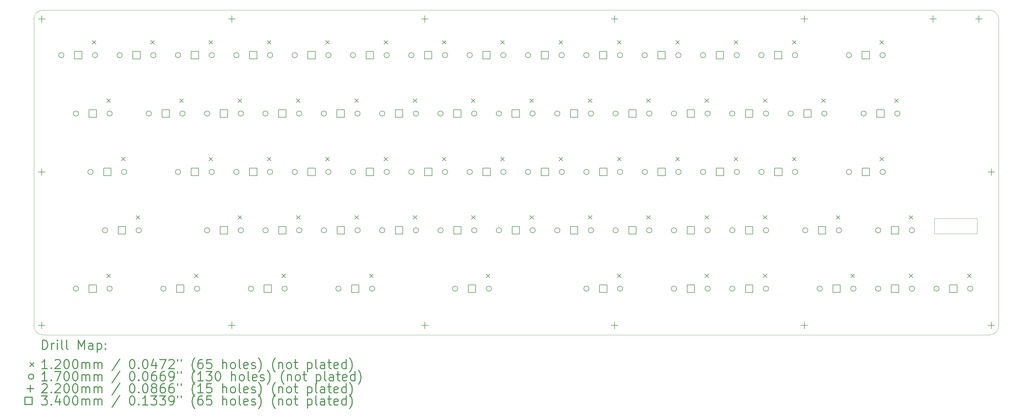
<source format=gbr>
%FSLAX45Y45*%
G04 Gerber Fmt 4.5, Leading zero omitted, Abs format (unit mm)*
G04 Created by KiCad (PCBNEW (5.1.10)-1) date 2022-02-10 09:55:50*
%MOMM*%
%LPD*%
G01*
G04 APERTURE LIST*
%TA.AperFunction,Profile*%
%ADD10C,0.050000*%
%TD*%
%TA.AperFunction,Profile*%
%ADD11C,0.100000*%
%TD*%
%ADD12C,0.200000*%
%ADD13C,0.300000*%
G04 APERTURE END LIST*
D10*
X3140000Y-16115000D02*
G75*
G02*
X2840000Y-15815000I0J300000D01*
G01*
X2840000Y-5815000D02*
G75*
G02*
X3140000Y-5515000I300000J0D01*
G01*
X34040000Y-5515000D02*
G75*
G02*
X34340000Y-5815000I0J-300000D01*
G01*
X34340000Y-15815000D02*
G75*
G02*
X34040000Y-16115000I-300000J0D01*
G01*
D11*
X2840000Y-15815000D02*
X2840000Y-5815000D01*
X3140000Y-5515000D02*
X34040000Y-5515000D01*
X34040000Y-16115000D02*
X3140000Y-16115000D01*
X34340000Y-5815000D02*
X34340000Y-15815000D01*
D10*
X32239290Y-12310830D02*
X32239290Y-12810830D01*
X33639290Y-12310830D02*
X32239290Y-12310830D01*
X33639290Y-12810830D02*
X33639290Y-12310830D01*
X32239290Y-12810830D02*
X33639290Y-12810830D01*
D12*
X4748250Y-6505000D02*
X4868250Y-6625000D01*
X4868250Y-6505000D02*
X4748250Y-6625000D01*
X5224194Y-8409429D02*
X5344194Y-8529429D01*
X5344194Y-8409429D02*
X5224194Y-8529429D01*
X5224194Y-14124062D02*
X5344194Y-14244062D01*
X5344194Y-14124062D02*
X5224194Y-14244062D01*
X5700750Y-10315000D02*
X5820750Y-10435000D01*
X5820750Y-10315000D02*
X5700750Y-10435000D01*
X6177000Y-12220000D02*
X6297000Y-12340000D01*
X6297000Y-12220000D02*
X6177000Y-12340000D01*
X6653250Y-6505000D02*
X6773250Y-6625000D01*
X6773250Y-6505000D02*
X6653250Y-6625000D01*
X7604040Y-8410000D02*
X7724040Y-8530000D01*
X7724040Y-8410000D02*
X7604040Y-8530000D01*
X8082000Y-14125000D02*
X8202000Y-14245000D01*
X8202000Y-14125000D02*
X8082000Y-14245000D01*
X8558250Y-6505000D02*
X8678250Y-6625000D01*
X8678250Y-6505000D02*
X8558250Y-6625000D01*
X8558250Y-10315000D02*
X8678250Y-10435000D01*
X8678250Y-10315000D02*
X8558250Y-10435000D01*
X9508920Y-8410000D02*
X9628920Y-8530000D01*
X9628920Y-8410000D02*
X9508920Y-8530000D01*
X9508920Y-12220000D02*
X9628920Y-12340000D01*
X9628920Y-12220000D02*
X9508920Y-12340000D01*
X10463250Y-6505000D02*
X10583250Y-6625000D01*
X10583250Y-6505000D02*
X10463250Y-6625000D01*
X10463250Y-10315000D02*
X10583250Y-10435000D01*
X10583250Y-10315000D02*
X10463250Y-10435000D01*
X10939500Y-14125000D02*
X11059500Y-14245000D01*
X11059500Y-14125000D02*
X10939500Y-14245000D01*
X11413800Y-8410000D02*
X11533800Y-8530000D01*
X11533800Y-8410000D02*
X11413800Y-8530000D01*
X11415750Y-12220000D02*
X11535750Y-12340000D01*
X11535750Y-12220000D02*
X11415750Y-12340000D01*
X12368250Y-6505000D02*
X12488250Y-6625000D01*
X12488250Y-6505000D02*
X12368250Y-6625000D01*
X12368250Y-10315000D02*
X12488250Y-10435000D01*
X12488250Y-10315000D02*
X12368250Y-10435000D01*
X13318680Y-8410000D02*
X13438680Y-8530000D01*
X13438680Y-8410000D02*
X13318680Y-8530000D01*
X13320750Y-12220000D02*
X13440750Y-12340000D01*
X13440750Y-12220000D02*
X13320750Y-12340000D01*
X13797000Y-14125000D02*
X13917000Y-14245000D01*
X13917000Y-14125000D02*
X13797000Y-14245000D01*
X14271120Y-6505000D02*
X14391120Y-6625000D01*
X14391120Y-6505000D02*
X14271120Y-6625000D01*
X14273250Y-10315000D02*
X14393250Y-10435000D01*
X14393250Y-10315000D02*
X14273250Y-10435000D01*
X15225750Y-8410000D02*
X15345750Y-8530000D01*
X15345750Y-8410000D02*
X15225750Y-8530000D01*
X15225750Y-12220000D02*
X15345750Y-12340000D01*
X15345750Y-12220000D02*
X15225750Y-12340000D01*
X16176000Y-6505000D02*
X16296000Y-6625000D01*
X16296000Y-6505000D02*
X16176000Y-6625000D01*
X16178250Y-10315000D02*
X16298250Y-10435000D01*
X16298250Y-10315000D02*
X16178250Y-10435000D01*
X17128440Y-8410000D02*
X17248440Y-8530000D01*
X17248440Y-8410000D02*
X17128440Y-8530000D01*
X17130750Y-12220000D02*
X17250750Y-12340000D01*
X17250750Y-12220000D02*
X17130750Y-12340000D01*
X17607000Y-14125000D02*
X17727000Y-14245000D01*
X17727000Y-14125000D02*
X17607000Y-14245000D01*
X18080880Y-6505000D02*
X18200880Y-6625000D01*
X18200880Y-6505000D02*
X18080880Y-6625000D01*
X18083250Y-10315000D02*
X18203250Y-10435000D01*
X18203250Y-10315000D02*
X18083250Y-10435000D01*
X19033320Y-8410000D02*
X19153320Y-8530000D01*
X19153320Y-8410000D02*
X19033320Y-8530000D01*
X19035750Y-12220000D02*
X19155750Y-12340000D01*
X19155750Y-12220000D02*
X19035750Y-12340000D01*
X19985760Y-6505000D02*
X20105760Y-6625000D01*
X20105760Y-6505000D02*
X19985760Y-6625000D01*
X19988250Y-10315000D02*
X20108250Y-10435000D01*
X20108250Y-10315000D02*
X19988250Y-10435000D01*
X20940750Y-8410000D02*
X21060750Y-8530000D01*
X21060750Y-8410000D02*
X20940750Y-8530000D01*
X20940750Y-12220000D02*
X21060750Y-12340000D01*
X21060750Y-12220000D02*
X20940750Y-12340000D01*
X21890640Y-6505000D02*
X22010640Y-6625000D01*
X22010640Y-6505000D02*
X21890640Y-6625000D01*
X21893250Y-10315000D02*
X22013250Y-10435000D01*
X22013250Y-10315000D02*
X21893250Y-10435000D01*
X21893250Y-14125000D02*
X22013250Y-14245000D01*
X22013250Y-14125000D02*
X21893250Y-14245000D01*
X22845750Y-8410000D02*
X22965750Y-8530000D01*
X22965750Y-8410000D02*
X22845750Y-8530000D01*
X22845750Y-12220000D02*
X22965750Y-12340000D01*
X22965750Y-12220000D02*
X22845750Y-12340000D01*
X23795520Y-6505000D02*
X23915520Y-6625000D01*
X23915520Y-6505000D02*
X23795520Y-6625000D01*
X23798250Y-10315000D02*
X23918250Y-10435000D01*
X23918250Y-10315000D02*
X23798250Y-10435000D01*
X24750750Y-8410000D02*
X24870750Y-8530000D01*
X24870750Y-8410000D02*
X24750750Y-8530000D01*
X24750750Y-12220000D02*
X24870750Y-12340000D01*
X24870750Y-12220000D02*
X24750750Y-12340000D01*
X24750750Y-14125000D02*
X24870750Y-14245000D01*
X24870750Y-14125000D02*
X24750750Y-14245000D01*
X25700400Y-6505000D02*
X25820400Y-6625000D01*
X25820400Y-6505000D02*
X25700400Y-6625000D01*
X25703250Y-10315000D02*
X25823250Y-10435000D01*
X25823250Y-10315000D02*
X25703250Y-10435000D01*
X26655750Y-8410000D02*
X26775750Y-8530000D01*
X26775750Y-8410000D02*
X26655750Y-8530000D01*
X26655750Y-12220000D02*
X26775750Y-12340000D01*
X26775750Y-12220000D02*
X26655750Y-12340000D01*
X26655750Y-14125000D02*
X26775750Y-14245000D01*
X26775750Y-14125000D02*
X26655750Y-14245000D01*
X27605280Y-6505000D02*
X27725280Y-6625000D01*
X27725280Y-6505000D02*
X27605280Y-6625000D01*
X27608250Y-10315000D02*
X27728250Y-10435000D01*
X27728250Y-10315000D02*
X27608250Y-10435000D01*
X28560750Y-8410000D02*
X28680750Y-8530000D01*
X28680750Y-8410000D02*
X28560750Y-8530000D01*
X29037000Y-12220000D02*
X29157000Y-12340000D01*
X29157000Y-12220000D02*
X29037000Y-12340000D01*
X29510160Y-14125000D02*
X29630160Y-14245000D01*
X29630160Y-14125000D02*
X29510160Y-14245000D01*
X30462600Y-6505000D02*
X30582600Y-6625000D01*
X30582600Y-6505000D02*
X30462600Y-6625000D01*
X30465750Y-10315000D02*
X30585750Y-10435000D01*
X30585750Y-10315000D02*
X30465750Y-10435000D01*
X30944410Y-8410000D02*
X31064410Y-8530000D01*
X31064410Y-8410000D02*
X30944410Y-8530000D01*
X31418250Y-12220000D02*
X31538250Y-12340000D01*
X31538250Y-12220000D02*
X31418250Y-12340000D01*
X31418250Y-14125000D02*
X31538250Y-14245000D01*
X31538250Y-14125000D02*
X31418250Y-14245000D01*
X33323250Y-14125000D02*
X33443250Y-14245000D01*
X33443250Y-14125000D02*
X33323250Y-14245000D01*
X3821250Y-6985000D02*
G75*
G03*
X3821250Y-6985000I-85000J0D01*
G01*
X4297194Y-8889429D02*
G75*
G03*
X4297194Y-8889429I-85000J0D01*
G01*
X4297194Y-14604062D02*
G75*
G03*
X4297194Y-14604062I-85000J0D01*
G01*
X4773750Y-10795000D02*
G75*
G03*
X4773750Y-10795000I-85000J0D01*
G01*
X4921250Y-6985000D02*
G75*
G03*
X4921250Y-6985000I-85000J0D01*
G01*
X5250000Y-12700000D02*
G75*
G03*
X5250000Y-12700000I-85000J0D01*
G01*
X5397194Y-8889429D02*
G75*
G03*
X5397194Y-8889429I-85000J0D01*
G01*
X5397194Y-14604062D02*
G75*
G03*
X5397194Y-14604062I-85000J0D01*
G01*
X5726250Y-6985000D02*
G75*
G03*
X5726250Y-6985000I-85000J0D01*
G01*
X5873750Y-10795000D02*
G75*
G03*
X5873750Y-10795000I-85000J0D01*
G01*
X6350000Y-12700000D02*
G75*
G03*
X6350000Y-12700000I-85000J0D01*
G01*
X6677040Y-8890000D02*
G75*
G03*
X6677040Y-8890000I-85000J0D01*
G01*
X6826250Y-6985000D02*
G75*
G03*
X6826250Y-6985000I-85000J0D01*
G01*
X7155000Y-14605000D02*
G75*
G03*
X7155000Y-14605000I-85000J0D01*
G01*
X7631250Y-6985000D02*
G75*
G03*
X7631250Y-6985000I-85000J0D01*
G01*
X7631250Y-10795000D02*
G75*
G03*
X7631250Y-10795000I-85000J0D01*
G01*
X7777040Y-8890000D02*
G75*
G03*
X7777040Y-8890000I-85000J0D01*
G01*
X8255000Y-14605000D02*
G75*
G03*
X8255000Y-14605000I-85000J0D01*
G01*
X8581920Y-8890000D02*
G75*
G03*
X8581920Y-8890000I-85000J0D01*
G01*
X8581920Y-12700000D02*
G75*
G03*
X8581920Y-12700000I-85000J0D01*
G01*
X8731250Y-6985000D02*
G75*
G03*
X8731250Y-6985000I-85000J0D01*
G01*
X8731250Y-10795000D02*
G75*
G03*
X8731250Y-10795000I-85000J0D01*
G01*
X9536250Y-6985000D02*
G75*
G03*
X9536250Y-6985000I-85000J0D01*
G01*
X9536250Y-10795000D02*
G75*
G03*
X9536250Y-10795000I-85000J0D01*
G01*
X9681920Y-8890000D02*
G75*
G03*
X9681920Y-8890000I-85000J0D01*
G01*
X9681920Y-12700000D02*
G75*
G03*
X9681920Y-12700000I-85000J0D01*
G01*
X10012500Y-14605000D02*
G75*
G03*
X10012500Y-14605000I-85000J0D01*
G01*
X10486800Y-8890000D02*
G75*
G03*
X10486800Y-8890000I-85000J0D01*
G01*
X10488750Y-12700000D02*
G75*
G03*
X10488750Y-12700000I-85000J0D01*
G01*
X10636250Y-6985000D02*
G75*
G03*
X10636250Y-6985000I-85000J0D01*
G01*
X10636250Y-10795000D02*
G75*
G03*
X10636250Y-10795000I-85000J0D01*
G01*
X11112500Y-14605000D02*
G75*
G03*
X11112500Y-14605000I-85000J0D01*
G01*
X11441250Y-6985000D02*
G75*
G03*
X11441250Y-6985000I-85000J0D01*
G01*
X11441250Y-10795000D02*
G75*
G03*
X11441250Y-10795000I-85000J0D01*
G01*
X11586800Y-8890000D02*
G75*
G03*
X11586800Y-8890000I-85000J0D01*
G01*
X11588750Y-12700000D02*
G75*
G03*
X11588750Y-12700000I-85000J0D01*
G01*
X12391680Y-8890000D02*
G75*
G03*
X12391680Y-8890000I-85000J0D01*
G01*
X12393750Y-12700000D02*
G75*
G03*
X12393750Y-12700000I-85000J0D01*
G01*
X12541250Y-6985000D02*
G75*
G03*
X12541250Y-6985000I-85000J0D01*
G01*
X12541250Y-10795000D02*
G75*
G03*
X12541250Y-10795000I-85000J0D01*
G01*
X12870000Y-14605000D02*
G75*
G03*
X12870000Y-14605000I-85000J0D01*
G01*
X13344120Y-6985000D02*
G75*
G03*
X13344120Y-6985000I-85000J0D01*
G01*
X13346250Y-10795000D02*
G75*
G03*
X13346250Y-10795000I-85000J0D01*
G01*
X13491680Y-8890000D02*
G75*
G03*
X13491680Y-8890000I-85000J0D01*
G01*
X13493750Y-12700000D02*
G75*
G03*
X13493750Y-12700000I-85000J0D01*
G01*
X13970000Y-14605000D02*
G75*
G03*
X13970000Y-14605000I-85000J0D01*
G01*
X14298750Y-8890000D02*
G75*
G03*
X14298750Y-8890000I-85000J0D01*
G01*
X14298750Y-12700000D02*
G75*
G03*
X14298750Y-12700000I-85000J0D01*
G01*
X14444120Y-6985000D02*
G75*
G03*
X14444120Y-6985000I-85000J0D01*
G01*
X14446250Y-10795000D02*
G75*
G03*
X14446250Y-10795000I-85000J0D01*
G01*
X15249000Y-6985000D02*
G75*
G03*
X15249000Y-6985000I-85000J0D01*
G01*
X15251250Y-10795000D02*
G75*
G03*
X15251250Y-10795000I-85000J0D01*
G01*
X15398750Y-8890000D02*
G75*
G03*
X15398750Y-8890000I-85000J0D01*
G01*
X15398750Y-12700000D02*
G75*
G03*
X15398750Y-12700000I-85000J0D01*
G01*
X16201440Y-8890000D02*
G75*
G03*
X16201440Y-8890000I-85000J0D01*
G01*
X16203750Y-12700000D02*
G75*
G03*
X16203750Y-12700000I-85000J0D01*
G01*
X16349000Y-6985000D02*
G75*
G03*
X16349000Y-6985000I-85000J0D01*
G01*
X16351250Y-10795000D02*
G75*
G03*
X16351250Y-10795000I-85000J0D01*
G01*
X16680000Y-14605000D02*
G75*
G03*
X16680000Y-14605000I-85000J0D01*
G01*
X17153880Y-6985000D02*
G75*
G03*
X17153880Y-6985000I-85000J0D01*
G01*
X17156250Y-10795000D02*
G75*
G03*
X17156250Y-10795000I-85000J0D01*
G01*
X17301440Y-8890000D02*
G75*
G03*
X17301440Y-8890000I-85000J0D01*
G01*
X17303750Y-12700000D02*
G75*
G03*
X17303750Y-12700000I-85000J0D01*
G01*
X17780000Y-14605000D02*
G75*
G03*
X17780000Y-14605000I-85000J0D01*
G01*
X18106320Y-8890000D02*
G75*
G03*
X18106320Y-8890000I-85000J0D01*
G01*
X18108750Y-12700000D02*
G75*
G03*
X18108750Y-12700000I-85000J0D01*
G01*
X18253880Y-6985000D02*
G75*
G03*
X18253880Y-6985000I-85000J0D01*
G01*
X18256250Y-10795000D02*
G75*
G03*
X18256250Y-10795000I-85000J0D01*
G01*
X19058760Y-6985000D02*
G75*
G03*
X19058760Y-6985000I-85000J0D01*
G01*
X19061250Y-10795000D02*
G75*
G03*
X19061250Y-10795000I-85000J0D01*
G01*
X19206320Y-8890000D02*
G75*
G03*
X19206320Y-8890000I-85000J0D01*
G01*
X19208750Y-12700000D02*
G75*
G03*
X19208750Y-12700000I-85000J0D01*
G01*
X20013750Y-8890000D02*
G75*
G03*
X20013750Y-8890000I-85000J0D01*
G01*
X20013750Y-12700000D02*
G75*
G03*
X20013750Y-12700000I-85000J0D01*
G01*
X20158760Y-6985000D02*
G75*
G03*
X20158760Y-6985000I-85000J0D01*
G01*
X20161250Y-10795000D02*
G75*
G03*
X20161250Y-10795000I-85000J0D01*
G01*
X20963640Y-6985000D02*
G75*
G03*
X20963640Y-6985000I-85000J0D01*
G01*
X20966250Y-10795000D02*
G75*
G03*
X20966250Y-10795000I-85000J0D01*
G01*
X20966250Y-14605000D02*
G75*
G03*
X20966250Y-14605000I-85000J0D01*
G01*
X21113750Y-8890000D02*
G75*
G03*
X21113750Y-8890000I-85000J0D01*
G01*
X21113750Y-12700000D02*
G75*
G03*
X21113750Y-12700000I-85000J0D01*
G01*
X21918750Y-8890000D02*
G75*
G03*
X21918750Y-8890000I-85000J0D01*
G01*
X21918750Y-12700000D02*
G75*
G03*
X21918750Y-12700000I-85000J0D01*
G01*
X22063640Y-6985000D02*
G75*
G03*
X22063640Y-6985000I-85000J0D01*
G01*
X22066250Y-10795000D02*
G75*
G03*
X22066250Y-10795000I-85000J0D01*
G01*
X22066250Y-14605000D02*
G75*
G03*
X22066250Y-14605000I-85000J0D01*
G01*
X22868520Y-6985000D02*
G75*
G03*
X22868520Y-6985000I-85000J0D01*
G01*
X22871250Y-10795000D02*
G75*
G03*
X22871250Y-10795000I-85000J0D01*
G01*
X23018750Y-8890000D02*
G75*
G03*
X23018750Y-8890000I-85000J0D01*
G01*
X23018750Y-12700000D02*
G75*
G03*
X23018750Y-12700000I-85000J0D01*
G01*
X23823750Y-8890000D02*
G75*
G03*
X23823750Y-8890000I-85000J0D01*
G01*
X23823750Y-12700000D02*
G75*
G03*
X23823750Y-12700000I-85000J0D01*
G01*
X23823750Y-14605000D02*
G75*
G03*
X23823750Y-14605000I-85000J0D01*
G01*
X23968520Y-6985000D02*
G75*
G03*
X23968520Y-6985000I-85000J0D01*
G01*
X23971250Y-10795000D02*
G75*
G03*
X23971250Y-10795000I-85000J0D01*
G01*
X24773400Y-6985000D02*
G75*
G03*
X24773400Y-6985000I-85000J0D01*
G01*
X24776250Y-10795000D02*
G75*
G03*
X24776250Y-10795000I-85000J0D01*
G01*
X24923750Y-8890000D02*
G75*
G03*
X24923750Y-8890000I-85000J0D01*
G01*
X24923750Y-12700000D02*
G75*
G03*
X24923750Y-12700000I-85000J0D01*
G01*
X24923750Y-14605000D02*
G75*
G03*
X24923750Y-14605000I-85000J0D01*
G01*
X25728750Y-8890000D02*
G75*
G03*
X25728750Y-8890000I-85000J0D01*
G01*
X25728750Y-12700000D02*
G75*
G03*
X25728750Y-12700000I-85000J0D01*
G01*
X25728750Y-14605000D02*
G75*
G03*
X25728750Y-14605000I-85000J0D01*
G01*
X25873400Y-6985000D02*
G75*
G03*
X25873400Y-6985000I-85000J0D01*
G01*
X25876250Y-10795000D02*
G75*
G03*
X25876250Y-10795000I-85000J0D01*
G01*
X26678280Y-6985000D02*
G75*
G03*
X26678280Y-6985000I-85000J0D01*
G01*
X26681250Y-10795000D02*
G75*
G03*
X26681250Y-10795000I-85000J0D01*
G01*
X26828750Y-8890000D02*
G75*
G03*
X26828750Y-8890000I-85000J0D01*
G01*
X26828750Y-12700000D02*
G75*
G03*
X26828750Y-12700000I-85000J0D01*
G01*
X26828750Y-14605000D02*
G75*
G03*
X26828750Y-14605000I-85000J0D01*
G01*
X27633750Y-8890000D02*
G75*
G03*
X27633750Y-8890000I-85000J0D01*
G01*
X27778280Y-6985000D02*
G75*
G03*
X27778280Y-6985000I-85000J0D01*
G01*
X27781250Y-10795000D02*
G75*
G03*
X27781250Y-10795000I-85000J0D01*
G01*
X28110000Y-12700000D02*
G75*
G03*
X28110000Y-12700000I-85000J0D01*
G01*
X28583160Y-14605000D02*
G75*
G03*
X28583160Y-14605000I-85000J0D01*
G01*
X28733750Y-8890000D02*
G75*
G03*
X28733750Y-8890000I-85000J0D01*
G01*
X29210000Y-12700000D02*
G75*
G03*
X29210000Y-12700000I-85000J0D01*
G01*
X29535600Y-6985000D02*
G75*
G03*
X29535600Y-6985000I-85000J0D01*
G01*
X29538750Y-10795000D02*
G75*
G03*
X29538750Y-10795000I-85000J0D01*
G01*
X29683160Y-14605000D02*
G75*
G03*
X29683160Y-14605000I-85000J0D01*
G01*
X30017410Y-8890000D02*
G75*
G03*
X30017410Y-8890000I-85000J0D01*
G01*
X30491250Y-12700000D02*
G75*
G03*
X30491250Y-12700000I-85000J0D01*
G01*
X30491250Y-14605000D02*
G75*
G03*
X30491250Y-14605000I-85000J0D01*
G01*
X30635600Y-6985000D02*
G75*
G03*
X30635600Y-6985000I-85000J0D01*
G01*
X30638750Y-10795000D02*
G75*
G03*
X30638750Y-10795000I-85000J0D01*
G01*
X31117410Y-8890000D02*
G75*
G03*
X31117410Y-8890000I-85000J0D01*
G01*
X31591250Y-12700000D02*
G75*
G03*
X31591250Y-12700000I-85000J0D01*
G01*
X31591250Y-14605000D02*
G75*
G03*
X31591250Y-14605000I-85000J0D01*
G01*
X32396250Y-14605000D02*
G75*
G03*
X32396250Y-14605000I-85000J0D01*
G01*
X33496250Y-14605000D02*
G75*
G03*
X33496250Y-14605000I-85000J0D01*
G01*
X3100000Y-5690000D02*
X3100000Y-5910000D01*
X2990000Y-5800000D02*
X3210000Y-5800000D01*
X3100000Y-10690000D02*
X3100000Y-10910000D01*
X2990000Y-10800000D02*
X3210000Y-10800000D01*
X3100000Y-15690000D02*
X3100000Y-15910000D01*
X2990000Y-15800000D02*
X3210000Y-15800000D01*
X9300000Y-5690000D02*
X9300000Y-5910000D01*
X9190000Y-5800000D02*
X9410000Y-5800000D01*
X9300000Y-15690000D02*
X9300000Y-15910000D01*
X9190000Y-15800000D02*
X9410000Y-15800000D01*
X15600000Y-5690000D02*
X15600000Y-5910000D01*
X15490000Y-5800000D02*
X15710000Y-5800000D01*
X15600000Y-15690000D02*
X15600000Y-15910000D01*
X15490000Y-15800000D02*
X15710000Y-15800000D01*
X21800000Y-5690000D02*
X21800000Y-5910000D01*
X21690000Y-5800000D02*
X21910000Y-5800000D01*
X21800000Y-15690000D02*
X21800000Y-15910000D01*
X21690000Y-15800000D02*
X21910000Y-15800000D01*
X28000000Y-5690000D02*
X28000000Y-5910000D01*
X27890000Y-5800000D02*
X28110000Y-5800000D01*
X28000000Y-15690000D02*
X28000000Y-15910000D01*
X27890000Y-15800000D02*
X28110000Y-15800000D01*
X32200000Y-5690000D02*
X32200000Y-5910000D01*
X32090000Y-5800000D02*
X32310000Y-5800000D01*
X33700000Y-5690000D02*
X33700000Y-5910000D01*
X33590000Y-5800000D02*
X33810000Y-5800000D01*
X34100000Y-10690000D02*
X34100000Y-10910000D01*
X33990000Y-10800000D02*
X34210000Y-10800000D01*
X34100000Y-15690000D02*
X34100000Y-15910000D01*
X33990000Y-15800000D02*
X34210000Y-15800000D01*
X4406459Y-7105209D02*
X4406459Y-6864791D01*
X4166041Y-6864791D01*
X4166041Y-7105209D01*
X4406459Y-7105209D01*
X4882403Y-9009638D02*
X4882403Y-8769220D01*
X4641985Y-8769220D01*
X4641985Y-9009638D01*
X4882403Y-9009638D01*
X4882403Y-14724271D02*
X4882403Y-14483852D01*
X4641985Y-14483852D01*
X4641985Y-14724271D01*
X4882403Y-14724271D01*
X5358959Y-10915209D02*
X5358959Y-10674791D01*
X5118541Y-10674791D01*
X5118541Y-10915209D01*
X5358959Y-10915209D01*
X5835209Y-12820209D02*
X5835209Y-12579791D01*
X5594791Y-12579791D01*
X5594791Y-12820209D01*
X5835209Y-12820209D01*
X6311459Y-7105209D02*
X6311459Y-6864791D01*
X6071041Y-6864791D01*
X6071041Y-7105209D01*
X6311459Y-7105209D01*
X7262249Y-9010209D02*
X7262249Y-8769791D01*
X7021831Y-8769791D01*
X7021831Y-9010209D01*
X7262249Y-9010209D01*
X7740209Y-14725209D02*
X7740209Y-14484791D01*
X7499791Y-14484791D01*
X7499791Y-14725209D01*
X7740209Y-14725209D01*
X8216459Y-7105209D02*
X8216459Y-6864791D01*
X7976041Y-6864791D01*
X7976041Y-7105209D01*
X8216459Y-7105209D01*
X8216459Y-10915209D02*
X8216459Y-10674791D01*
X7976041Y-10674791D01*
X7976041Y-10915209D01*
X8216459Y-10915209D01*
X9167129Y-9010209D02*
X9167129Y-8769791D01*
X8926711Y-8769791D01*
X8926711Y-9010209D01*
X9167129Y-9010209D01*
X9167129Y-12820209D02*
X9167129Y-12579791D01*
X8926711Y-12579791D01*
X8926711Y-12820209D01*
X9167129Y-12820209D01*
X10121459Y-7105209D02*
X10121459Y-6864791D01*
X9881041Y-6864791D01*
X9881041Y-7105209D01*
X10121459Y-7105209D01*
X10121459Y-10915209D02*
X10121459Y-10674791D01*
X9881041Y-10674791D01*
X9881041Y-10915209D01*
X10121459Y-10915209D01*
X10597709Y-14725209D02*
X10597709Y-14484791D01*
X10357291Y-14484791D01*
X10357291Y-14725209D01*
X10597709Y-14725209D01*
X11072009Y-9010209D02*
X11072009Y-8769791D01*
X10831591Y-8769791D01*
X10831591Y-9010209D01*
X11072009Y-9010209D01*
X11073959Y-12820209D02*
X11073959Y-12579791D01*
X10833541Y-12579791D01*
X10833541Y-12820209D01*
X11073959Y-12820209D01*
X12026459Y-7105209D02*
X12026459Y-6864791D01*
X11786041Y-6864791D01*
X11786041Y-7105209D01*
X12026459Y-7105209D01*
X12026459Y-10915209D02*
X12026459Y-10674791D01*
X11786041Y-10674791D01*
X11786041Y-10915209D01*
X12026459Y-10915209D01*
X12976889Y-9010209D02*
X12976889Y-8769791D01*
X12736471Y-8769791D01*
X12736471Y-9010209D01*
X12976889Y-9010209D01*
X12978959Y-12820209D02*
X12978959Y-12579791D01*
X12738541Y-12579791D01*
X12738541Y-12820209D01*
X12978959Y-12820209D01*
X13455209Y-14725209D02*
X13455209Y-14484791D01*
X13214791Y-14484791D01*
X13214791Y-14725209D01*
X13455209Y-14725209D01*
X13929329Y-7105209D02*
X13929329Y-6864791D01*
X13688911Y-6864791D01*
X13688911Y-7105209D01*
X13929329Y-7105209D01*
X13931459Y-10915209D02*
X13931459Y-10674791D01*
X13691041Y-10674791D01*
X13691041Y-10915209D01*
X13931459Y-10915209D01*
X14883959Y-9010209D02*
X14883959Y-8769791D01*
X14643541Y-8769791D01*
X14643541Y-9010209D01*
X14883959Y-9010209D01*
X14883959Y-12820209D02*
X14883959Y-12579791D01*
X14643541Y-12579791D01*
X14643541Y-12820209D01*
X14883959Y-12820209D01*
X15834209Y-7105209D02*
X15834209Y-6864791D01*
X15593791Y-6864791D01*
X15593791Y-7105209D01*
X15834209Y-7105209D01*
X15836459Y-10915209D02*
X15836459Y-10674791D01*
X15596041Y-10674791D01*
X15596041Y-10915209D01*
X15836459Y-10915209D01*
X16786649Y-9010209D02*
X16786649Y-8769791D01*
X16546231Y-8769791D01*
X16546231Y-9010209D01*
X16786649Y-9010209D01*
X16788959Y-12820209D02*
X16788959Y-12579791D01*
X16548541Y-12579791D01*
X16548541Y-12820209D01*
X16788959Y-12820209D01*
X17265209Y-14725209D02*
X17265209Y-14484791D01*
X17024791Y-14484791D01*
X17024791Y-14725209D01*
X17265209Y-14725209D01*
X17739089Y-7105209D02*
X17739089Y-6864791D01*
X17498671Y-6864791D01*
X17498671Y-7105209D01*
X17739089Y-7105209D01*
X17741459Y-10915209D02*
X17741459Y-10674791D01*
X17501041Y-10674791D01*
X17501041Y-10915209D01*
X17741459Y-10915209D01*
X18691529Y-9010209D02*
X18691529Y-8769791D01*
X18451111Y-8769791D01*
X18451111Y-9010209D01*
X18691529Y-9010209D01*
X18693959Y-12820209D02*
X18693959Y-12579791D01*
X18453541Y-12579791D01*
X18453541Y-12820209D01*
X18693959Y-12820209D01*
X19643969Y-7105209D02*
X19643969Y-6864791D01*
X19403551Y-6864791D01*
X19403551Y-7105209D01*
X19643969Y-7105209D01*
X19646459Y-10915209D02*
X19646459Y-10674791D01*
X19406041Y-10674791D01*
X19406041Y-10915209D01*
X19646459Y-10915209D01*
X20598959Y-9010209D02*
X20598959Y-8769791D01*
X20358541Y-8769791D01*
X20358541Y-9010209D01*
X20598959Y-9010209D01*
X20598959Y-12820209D02*
X20598959Y-12579791D01*
X20358541Y-12579791D01*
X20358541Y-12820209D01*
X20598959Y-12820209D01*
X21548849Y-7105209D02*
X21548849Y-6864791D01*
X21308431Y-6864791D01*
X21308431Y-7105209D01*
X21548849Y-7105209D01*
X21551459Y-10915209D02*
X21551459Y-10674791D01*
X21311041Y-10674791D01*
X21311041Y-10915209D01*
X21551459Y-10915209D01*
X21551459Y-14725209D02*
X21551459Y-14484791D01*
X21311041Y-14484791D01*
X21311041Y-14725209D01*
X21551459Y-14725209D01*
X22503959Y-9010209D02*
X22503959Y-8769791D01*
X22263541Y-8769791D01*
X22263541Y-9010209D01*
X22503959Y-9010209D01*
X22503959Y-12820209D02*
X22503959Y-12579791D01*
X22263541Y-12579791D01*
X22263541Y-12820209D01*
X22503959Y-12820209D01*
X23453729Y-7105209D02*
X23453729Y-6864791D01*
X23213311Y-6864791D01*
X23213311Y-7105209D01*
X23453729Y-7105209D01*
X23456459Y-10915209D02*
X23456459Y-10674791D01*
X23216041Y-10674791D01*
X23216041Y-10915209D01*
X23456459Y-10915209D01*
X24408959Y-9010209D02*
X24408959Y-8769791D01*
X24168541Y-8769791D01*
X24168541Y-9010209D01*
X24408959Y-9010209D01*
X24408959Y-12820209D02*
X24408959Y-12579791D01*
X24168541Y-12579791D01*
X24168541Y-12820209D01*
X24408959Y-12820209D01*
X24408959Y-14725209D02*
X24408959Y-14484791D01*
X24168541Y-14484791D01*
X24168541Y-14725209D01*
X24408959Y-14725209D01*
X25358609Y-7105209D02*
X25358609Y-6864791D01*
X25118191Y-6864791D01*
X25118191Y-7105209D01*
X25358609Y-7105209D01*
X25361459Y-10915209D02*
X25361459Y-10674791D01*
X25121041Y-10674791D01*
X25121041Y-10915209D01*
X25361459Y-10915209D01*
X26313959Y-9010209D02*
X26313959Y-8769791D01*
X26073541Y-8769791D01*
X26073541Y-9010209D01*
X26313959Y-9010209D01*
X26313959Y-12820209D02*
X26313959Y-12579791D01*
X26073541Y-12579791D01*
X26073541Y-12820209D01*
X26313959Y-12820209D01*
X26313959Y-14725209D02*
X26313959Y-14484791D01*
X26073541Y-14484791D01*
X26073541Y-14725209D01*
X26313959Y-14725209D01*
X27263489Y-7105209D02*
X27263489Y-6864791D01*
X27023071Y-6864791D01*
X27023071Y-7105209D01*
X27263489Y-7105209D01*
X27266459Y-10915209D02*
X27266459Y-10674791D01*
X27026041Y-10674791D01*
X27026041Y-10915209D01*
X27266459Y-10915209D01*
X28218959Y-9010209D02*
X28218959Y-8769791D01*
X27978541Y-8769791D01*
X27978541Y-9010209D01*
X28218959Y-9010209D01*
X28695209Y-12820209D02*
X28695209Y-12579791D01*
X28454791Y-12579791D01*
X28454791Y-12820209D01*
X28695209Y-12820209D01*
X29168369Y-14725209D02*
X29168369Y-14484791D01*
X28927951Y-14484791D01*
X28927951Y-14725209D01*
X29168369Y-14725209D01*
X30120809Y-7105209D02*
X30120809Y-6864791D01*
X29880391Y-6864791D01*
X29880391Y-7105209D01*
X30120809Y-7105209D01*
X30123959Y-10915209D02*
X30123959Y-10674791D01*
X29883541Y-10674791D01*
X29883541Y-10915209D01*
X30123959Y-10915209D01*
X30602619Y-9010209D02*
X30602619Y-8769791D01*
X30362201Y-8769791D01*
X30362201Y-9010209D01*
X30602619Y-9010209D01*
X31076459Y-12820209D02*
X31076459Y-12579791D01*
X30836041Y-12579791D01*
X30836041Y-12820209D01*
X31076459Y-12820209D01*
X31076459Y-14725209D02*
X31076459Y-14484791D01*
X30836041Y-14484791D01*
X30836041Y-14725209D01*
X31076459Y-14725209D01*
X32981459Y-14725209D02*
X32981459Y-14484791D01*
X32741041Y-14484791D01*
X32741041Y-14725209D01*
X32981459Y-14725209D01*
D13*
X3121428Y-16585714D02*
X3121428Y-16285714D01*
X3192857Y-16285714D01*
X3235714Y-16300000D01*
X3264286Y-16328571D01*
X3278571Y-16357143D01*
X3292857Y-16414286D01*
X3292857Y-16457143D01*
X3278571Y-16514286D01*
X3264286Y-16542857D01*
X3235714Y-16571429D01*
X3192857Y-16585714D01*
X3121428Y-16585714D01*
X3421428Y-16585714D02*
X3421428Y-16385714D01*
X3421428Y-16442857D02*
X3435714Y-16414286D01*
X3450000Y-16400000D01*
X3478571Y-16385714D01*
X3507143Y-16385714D01*
X3607143Y-16585714D02*
X3607143Y-16385714D01*
X3607143Y-16285714D02*
X3592857Y-16300000D01*
X3607143Y-16314286D01*
X3621428Y-16300000D01*
X3607143Y-16285714D01*
X3607143Y-16314286D01*
X3792857Y-16585714D02*
X3764286Y-16571429D01*
X3750000Y-16542857D01*
X3750000Y-16285714D01*
X3950000Y-16585714D02*
X3921428Y-16571429D01*
X3907143Y-16542857D01*
X3907143Y-16285714D01*
X4292857Y-16585714D02*
X4292857Y-16285714D01*
X4392857Y-16500000D01*
X4492857Y-16285714D01*
X4492857Y-16585714D01*
X4764286Y-16585714D02*
X4764286Y-16428571D01*
X4750000Y-16400000D01*
X4721428Y-16385714D01*
X4664286Y-16385714D01*
X4635714Y-16400000D01*
X4764286Y-16571429D02*
X4735714Y-16585714D01*
X4664286Y-16585714D01*
X4635714Y-16571429D01*
X4621428Y-16542857D01*
X4621428Y-16514286D01*
X4635714Y-16485714D01*
X4664286Y-16471429D01*
X4735714Y-16471429D01*
X4764286Y-16457143D01*
X4907143Y-16385714D02*
X4907143Y-16685714D01*
X4907143Y-16400000D02*
X4935714Y-16385714D01*
X4992857Y-16385714D01*
X5021428Y-16400000D01*
X5035714Y-16414286D01*
X5050000Y-16442857D01*
X5050000Y-16528571D01*
X5035714Y-16557143D01*
X5021428Y-16571429D01*
X4992857Y-16585714D01*
X4935714Y-16585714D01*
X4907143Y-16571429D01*
X5178571Y-16557143D02*
X5192857Y-16571429D01*
X5178571Y-16585714D01*
X5164286Y-16571429D01*
X5178571Y-16557143D01*
X5178571Y-16585714D01*
X5178571Y-16400000D02*
X5192857Y-16414286D01*
X5178571Y-16428571D01*
X5164286Y-16414286D01*
X5178571Y-16400000D01*
X5178571Y-16428571D01*
X2715000Y-17020000D02*
X2835000Y-17140000D01*
X2835000Y-17020000D02*
X2715000Y-17140000D01*
X3278571Y-17215714D02*
X3107143Y-17215714D01*
X3192857Y-17215714D02*
X3192857Y-16915714D01*
X3164286Y-16958572D01*
X3135714Y-16987143D01*
X3107143Y-17001429D01*
X3407143Y-17187143D02*
X3421428Y-17201429D01*
X3407143Y-17215714D01*
X3392857Y-17201429D01*
X3407143Y-17187143D01*
X3407143Y-17215714D01*
X3535714Y-16944286D02*
X3550000Y-16930000D01*
X3578571Y-16915714D01*
X3650000Y-16915714D01*
X3678571Y-16930000D01*
X3692857Y-16944286D01*
X3707143Y-16972857D01*
X3707143Y-17001429D01*
X3692857Y-17044286D01*
X3521428Y-17215714D01*
X3707143Y-17215714D01*
X3892857Y-16915714D02*
X3921428Y-16915714D01*
X3950000Y-16930000D01*
X3964286Y-16944286D01*
X3978571Y-16972857D01*
X3992857Y-17030000D01*
X3992857Y-17101429D01*
X3978571Y-17158572D01*
X3964286Y-17187143D01*
X3950000Y-17201429D01*
X3921428Y-17215714D01*
X3892857Y-17215714D01*
X3864286Y-17201429D01*
X3850000Y-17187143D01*
X3835714Y-17158572D01*
X3821428Y-17101429D01*
X3821428Y-17030000D01*
X3835714Y-16972857D01*
X3850000Y-16944286D01*
X3864286Y-16930000D01*
X3892857Y-16915714D01*
X4178571Y-16915714D02*
X4207143Y-16915714D01*
X4235714Y-16930000D01*
X4250000Y-16944286D01*
X4264286Y-16972857D01*
X4278571Y-17030000D01*
X4278571Y-17101429D01*
X4264286Y-17158572D01*
X4250000Y-17187143D01*
X4235714Y-17201429D01*
X4207143Y-17215714D01*
X4178571Y-17215714D01*
X4150000Y-17201429D01*
X4135714Y-17187143D01*
X4121428Y-17158572D01*
X4107143Y-17101429D01*
X4107143Y-17030000D01*
X4121428Y-16972857D01*
X4135714Y-16944286D01*
X4150000Y-16930000D01*
X4178571Y-16915714D01*
X4407143Y-17215714D02*
X4407143Y-17015714D01*
X4407143Y-17044286D02*
X4421428Y-17030000D01*
X4450000Y-17015714D01*
X4492857Y-17015714D01*
X4521428Y-17030000D01*
X4535714Y-17058572D01*
X4535714Y-17215714D01*
X4535714Y-17058572D02*
X4550000Y-17030000D01*
X4578571Y-17015714D01*
X4621428Y-17015714D01*
X4650000Y-17030000D01*
X4664286Y-17058572D01*
X4664286Y-17215714D01*
X4807143Y-17215714D02*
X4807143Y-17015714D01*
X4807143Y-17044286D02*
X4821428Y-17030000D01*
X4850000Y-17015714D01*
X4892857Y-17015714D01*
X4921428Y-17030000D01*
X4935714Y-17058572D01*
X4935714Y-17215714D01*
X4935714Y-17058572D02*
X4950000Y-17030000D01*
X4978571Y-17015714D01*
X5021428Y-17015714D01*
X5050000Y-17030000D01*
X5064286Y-17058572D01*
X5064286Y-17215714D01*
X5650000Y-16901429D02*
X5392857Y-17287143D01*
X6035714Y-16915714D02*
X6064286Y-16915714D01*
X6092857Y-16930000D01*
X6107143Y-16944286D01*
X6121428Y-16972857D01*
X6135714Y-17030000D01*
X6135714Y-17101429D01*
X6121428Y-17158572D01*
X6107143Y-17187143D01*
X6092857Y-17201429D01*
X6064286Y-17215714D01*
X6035714Y-17215714D01*
X6007143Y-17201429D01*
X5992857Y-17187143D01*
X5978571Y-17158572D01*
X5964286Y-17101429D01*
X5964286Y-17030000D01*
X5978571Y-16972857D01*
X5992857Y-16944286D01*
X6007143Y-16930000D01*
X6035714Y-16915714D01*
X6264286Y-17187143D02*
X6278571Y-17201429D01*
X6264286Y-17215714D01*
X6250000Y-17201429D01*
X6264286Y-17187143D01*
X6264286Y-17215714D01*
X6464286Y-16915714D02*
X6492857Y-16915714D01*
X6521428Y-16930000D01*
X6535714Y-16944286D01*
X6550000Y-16972857D01*
X6564286Y-17030000D01*
X6564286Y-17101429D01*
X6550000Y-17158572D01*
X6535714Y-17187143D01*
X6521428Y-17201429D01*
X6492857Y-17215714D01*
X6464286Y-17215714D01*
X6435714Y-17201429D01*
X6421428Y-17187143D01*
X6407143Y-17158572D01*
X6392857Y-17101429D01*
X6392857Y-17030000D01*
X6407143Y-16972857D01*
X6421428Y-16944286D01*
X6435714Y-16930000D01*
X6464286Y-16915714D01*
X6821428Y-17015714D02*
X6821428Y-17215714D01*
X6750000Y-16901429D02*
X6678571Y-17115714D01*
X6864286Y-17115714D01*
X6950000Y-16915714D02*
X7150000Y-16915714D01*
X7021428Y-17215714D01*
X7250000Y-16944286D02*
X7264286Y-16930000D01*
X7292857Y-16915714D01*
X7364286Y-16915714D01*
X7392857Y-16930000D01*
X7407143Y-16944286D01*
X7421428Y-16972857D01*
X7421428Y-17001429D01*
X7407143Y-17044286D01*
X7235714Y-17215714D01*
X7421428Y-17215714D01*
X7535714Y-16915714D02*
X7535714Y-16972857D01*
X7650000Y-16915714D02*
X7650000Y-16972857D01*
X8092857Y-17330000D02*
X8078571Y-17315714D01*
X8050000Y-17272857D01*
X8035714Y-17244286D01*
X8021428Y-17201429D01*
X8007143Y-17130000D01*
X8007143Y-17072857D01*
X8021428Y-17001429D01*
X8035714Y-16958572D01*
X8050000Y-16930000D01*
X8078571Y-16887143D01*
X8092857Y-16872857D01*
X8335714Y-16915714D02*
X8278571Y-16915714D01*
X8250000Y-16930000D01*
X8235714Y-16944286D01*
X8207143Y-16987143D01*
X8192857Y-17044286D01*
X8192857Y-17158572D01*
X8207143Y-17187143D01*
X8221428Y-17201429D01*
X8250000Y-17215714D01*
X8307143Y-17215714D01*
X8335714Y-17201429D01*
X8350000Y-17187143D01*
X8364286Y-17158572D01*
X8364286Y-17087143D01*
X8350000Y-17058572D01*
X8335714Y-17044286D01*
X8307143Y-17030000D01*
X8250000Y-17030000D01*
X8221428Y-17044286D01*
X8207143Y-17058572D01*
X8192857Y-17087143D01*
X8635714Y-16915714D02*
X8492857Y-16915714D01*
X8478571Y-17058572D01*
X8492857Y-17044286D01*
X8521428Y-17030000D01*
X8592857Y-17030000D01*
X8621428Y-17044286D01*
X8635714Y-17058572D01*
X8650000Y-17087143D01*
X8650000Y-17158572D01*
X8635714Y-17187143D01*
X8621428Y-17201429D01*
X8592857Y-17215714D01*
X8521428Y-17215714D01*
X8492857Y-17201429D01*
X8478571Y-17187143D01*
X9007143Y-17215714D02*
X9007143Y-16915714D01*
X9135714Y-17215714D02*
X9135714Y-17058572D01*
X9121428Y-17030000D01*
X9092857Y-17015714D01*
X9050000Y-17015714D01*
X9021428Y-17030000D01*
X9007143Y-17044286D01*
X9321428Y-17215714D02*
X9292857Y-17201429D01*
X9278571Y-17187143D01*
X9264286Y-17158572D01*
X9264286Y-17072857D01*
X9278571Y-17044286D01*
X9292857Y-17030000D01*
X9321428Y-17015714D01*
X9364286Y-17015714D01*
X9392857Y-17030000D01*
X9407143Y-17044286D01*
X9421428Y-17072857D01*
X9421428Y-17158572D01*
X9407143Y-17187143D01*
X9392857Y-17201429D01*
X9364286Y-17215714D01*
X9321428Y-17215714D01*
X9592857Y-17215714D02*
X9564286Y-17201429D01*
X9550000Y-17172857D01*
X9550000Y-16915714D01*
X9821428Y-17201429D02*
X9792857Y-17215714D01*
X9735714Y-17215714D01*
X9707143Y-17201429D01*
X9692857Y-17172857D01*
X9692857Y-17058572D01*
X9707143Y-17030000D01*
X9735714Y-17015714D01*
X9792857Y-17015714D01*
X9821428Y-17030000D01*
X9835714Y-17058572D01*
X9835714Y-17087143D01*
X9692857Y-17115714D01*
X9950000Y-17201429D02*
X9978571Y-17215714D01*
X10035714Y-17215714D01*
X10064286Y-17201429D01*
X10078571Y-17172857D01*
X10078571Y-17158572D01*
X10064286Y-17130000D01*
X10035714Y-17115714D01*
X9992857Y-17115714D01*
X9964286Y-17101429D01*
X9950000Y-17072857D01*
X9950000Y-17058572D01*
X9964286Y-17030000D01*
X9992857Y-17015714D01*
X10035714Y-17015714D01*
X10064286Y-17030000D01*
X10178571Y-17330000D02*
X10192857Y-17315714D01*
X10221428Y-17272857D01*
X10235714Y-17244286D01*
X10250000Y-17201429D01*
X10264286Y-17130000D01*
X10264286Y-17072857D01*
X10250000Y-17001429D01*
X10235714Y-16958572D01*
X10221428Y-16930000D01*
X10192857Y-16887143D01*
X10178571Y-16872857D01*
X10721428Y-17330000D02*
X10707143Y-17315714D01*
X10678571Y-17272857D01*
X10664286Y-17244286D01*
X10650000Y-17201429D01*
X10635714Y-17130000D01*
X10635714Y-17072857D01*
X10650000Y-17001429D01*
X10664286Y-16958572D01*
X10678571Y-16930000D01*
X10707143Y-16887143D01*
X10721428Y-16872857D01*
X10835714Y-17015714D02*
X10835714Y-17215714D01*
X10835714Y-17044286D02*
X10850000Y-17030000D01*
X10878571Y-17015714D01*
X10921428Y-17015714D01*
X10950000Y-17030000D01*
X10964286Y-17058572D01*
X10964286Y-17215714D01*
X11150000Y-17215714D02*
X11121428Y-17201429D01*
X11107143Y-17187143D01*
X11092857Y-17158572D01*
X11092857Y-17072857D01*
X11107143Y-17044286D01*
X11121428Y-17030000D01*
X11150000Y-17015714D01*
X11192857Y-17015714D01*
X11221428Y-17030000D01*
X11235714Y-17044286D01*
X11250000Y-17072857D01*
X11250000Y-17158572D01*
X11235714Y-17187143D01*
X11221428Y-17201429D01*
X11192857Y-17215714D01*
X11150000Y-17215714D01*
X11335714Y-17015714D02*
X11450000Y-17015714D01*
X11378571Y-16915714D02*
X11378571Y-17172857D01*
X11392857Y-17201429D01*
X11421428Y-17215714D01*
X11450000Y-17215714D01*
X11778571Y-17015714D02*
X11778571Y-17315714D01*
X11778571Y-17030000D02*
X11807143Y-17015714D01*
X11864286Y-17015714D01*
X11892857Y-17030000D01*
X11907143Y-17044286D01*
X11921428Y-17072857D01*
X11921428Y-17158572D01*
X11907143Y-17187143D01*
X11892857Y-17201429D01*
X11864286Y-17215714D01*
X11807143Y-17215714D01*
X11778571Y-17201429D01*
X12092857Y-17215714D02*
X12064286Y-17201429D01*
X12050000Y-17172857D01*
X12050000Y-16915714D01*
X12335714Y-17215714D02*
X12335714Y-17058572D01*
X12321428Y-17030000D01*
X12292857Y-17015714D01*
X12235714Y-17015714D01*
X12207143Y-17030000D01*
X12335714Y-17201429D02*
X12307143Y-17215714D01*
X12235714Y-17215714D01*
X12207143Y-17201429D01*
X12192857Y-17172857D01*
X12192857Y-17144286D01*
X12207143Y-17115714D01*
X12235714Y-17101429D01*
X12307143Y-17101429D01*
X12335714Y-17087143D01*
X12435714Y-17015714D02*
X12550000Y-17015714D01*
X12478571Y-16915714D02*
X12478571Y-17172857D01*
X12492857Y-17201429D01*
X12521428Y-17215714D01*
X12550000Y-17215714D01*
X12764286Y-17201429D02*
X12735714Y-17215714D01*
X12678571Y-17215714D01*
X12650000Y-17201429D01*
X12635714Y-17172857D01*
X12635714Y-17058572D01*
X12650000Y-17030000D01*
X12678571Y-17015714D01*
X12735714Y-17015714D01*
X12764286Y-17030000D01*
X12778571Y-17058572D01*
X12778571Y-17087143D01*
X12635714Y-17115714D01*
X13035714Y-17215714D02*
X13035714Y-16915714D01*
X13035714Y-17201429D02*
X13007143Y-17215714D01*
X12950000Y-17215714D01*
X12921428Y-17201429D01*
X12907143Y-17187143D01*
X12892857Y-17158572D01*
X12892857Y-17072857D01*
X12907143Y-17044286D01*
X12921428Y-17030000D01*
X12950000Y-17015714D01*
X13007143Y-17015714D01*
X13035714Y-17030000D01*
X13150000Y-17330000D02*
X13164286Y-17315714D01*
X13192857Y-17272857D01*
X13207143Y-17244286D01*
X13221428Y-17201429D01*
X13235714Y-17130000D01*
X13235714Y-17072857D01*
X13221428Y-17001429D01*
X13207143Y-16958572D01*
X13192857Y-16930000D01*
X13164286Y-16887143D01*
X13150000Y-16872857D01*
X2835000Y-17476000D02*
G75*
G03*
X2835000Y-17476000I-85000J0D01*
G01*
X3278571Y-17611714D02*
X3107143Y-17611714D01*
X3192857Y-17611714D02*
X3192857Y-17311714D01*
X3164286Y-17354572D01*
X3135714Y-17383143D01*
X3107143Y-17397429D01*
X3407143Y-17583143D02*
X3421428Y-17597429D01*
X3407143Y-17611714D01*
X3392857Y-17597429D01*
X3407143Y-17583143D01*
X3407143Y-17611714D01*
X3521428Y-17311714D02*
X3721428Y-17311714D01*
X3592857Y-17611714D01*
X3892857Y-17311714D02*
X3921428Y-17311714D01*
X3950000Y-17326000D01*
X3964286Y-17340286D01*
X3978571Y-17368857D01*
X3992857Y-17426000D01*
X3992857Y-17497429D01*
X3978571Y-17554572D01*
X3964286Y-17583143D01*
X3950000Y-17597429D01*
X3921428Y-17611714D01*
X3892857Y-17611714D01*
X3864286Y-17597429D01*
X3850000Y-17583143D01*
X3835714Y-17554572D01*
X3821428Y-17497429D01*
X3821428Y-17426000D01*
X3835714Y-17368857D01*
X3850000Y-17340286D01*
X3864286Y-17326000D01*
X3892857Y-17311714D01*
X4178571Y-17311714D02*
X4207143Y-17311714D01*
X4235714Y-17326000D01*
X4250000Y-17340286D01*
X4264286Y-17368857D01*
X4278571Y-17426000D01*
X4278571Y-17497429D01*
X4264286Y-17554572D01*
X4250000Y-17583143D01*
X4235714Y-17597429D01*
X4207143Y-17611714D01*
X4178571Y-17611714D01*
X4150000Y-17597429D01*
X4135714Y-17583143D01*
X4121428Y-17554572D01*
X4107143Y-17497429D01*
X4107143Y-17426000D01*
X4121428Y-17368857D01*
X4135714Y-17340286D01*
X4150000Y-17326000D01*
X4178571Y-17311714D01*
X4407143Y-17611714D02*
X4407143Y-17411714D01*
X4407143Y-17440286D02*
X4421428Y-17426000D01*
X4450000Y-17411714D01*
X4492857Y-17411714D01*
X4521428Y-17426000D01*
X4535714Y-17454572D01*
X4535714Y-17611714D01*
X4535714Y-17454572D02*
X4550000Y-17426000D01*
X4578571Y-17411714D01*
X4621428Y-17411714D01*
X4650000Y-17426000D01*
X4664286Y-17454572D01*
X4664286Y-17611714D01*
X4807143Y-17611714D02*
X4807143Y-17411714D01*
X4807143Y-17440286D02*
X4821428Y-17426000D01*
X4850000Y-17411714D01*
X4892857Y-17411714D01*
X4921428Y-17426000D01*
X4935714Y-17454572D01*
X4935714Y-17611714D01*
X4935714Y-17454572D02*
X4950000Y-17426000D01*
X4978571Y-17411714D01*
X5021428Y-17411714D01*
X5050000Y-17426000D01*
X5064286Y-17454572D01*
X5064286Y-17611714D01*
X5650000Y-17297429D02*
X5392857Y-17683143D01*
X6035714Y-17311714D02*
X6064286Y-17311714D01*
X6092857Y-17326000D01*
X6107143Y-17340286D01*
X6121428Y-17368857D01*
X6135714Y-17426000D01*
X6135714Y-17497429D01*
X6121428Y-17554572D01*
X6107143Y-17583143D01*
X6092857Y-17597429D01*
X6064286Y-17611714D01*
X6035714Y-17611714D01*
X6007143Y-17597429D01*
X5992857Y-17583143D01*
X5978571Y-17554572D01*
X5964286Y-17497429D01*
X5964286Y-17426000D01*
X5978571Y-17368857D01*
X5992857Y-17340286D01*
X6007143Y-17326000D01*
X6035714Y-17311714D01*
X6264286Y-17583143D02*
X6278571Y-17597429D01*
X6264286Y-17611714D01*
X6250000Y-17597429D01*
X6264286Y-17583143D01*
X6264286Y-17611714D01*
X6464286Y-17311714D02*
X6492857Y-17311714D01*
X6521428Y-17326000D01*
X6535714Y-17340286D01*
X6550000Y-17368857D01*
X6564286Y-17426000D01*
X6564286Y-17497429D01*
X6550000Y-17554572D01*
X6535714Y-17583143D01*
X6521428Y-17597429D01*
X6492857Y-17611714D01*
X6464286Y-17611714D01*
X6435714Y-17597429D01*
X6421428Y-17583143D01*
X6407143Y-17554572D01*
X6392857Y-17497429D01*
X6392857Y-17426000D01*
X6407143Y-17368857D01*
X6421428Y-17340286D01*
X6435714Y-17326000D01*
X6464286Y-17311714D01*
X6821428Y-17311714D02*
X6764286Y-17311714D01*
X6735714Y-17326000D01*
X6721428Y-17340286D01*
X6692857Y-17383143D01*
X6678571Y-17440286D01*
X6678571Y-17554572D01*
X6692857Y-17583143D01*
X6707143Y-17597429D01*
X6735714Y-17611714D01*
X6792857Y-17611714D01*
X6821428Y-17597429D01*
X6835714Y-17583143D01*
X6850000Y-17554572D01*
X6850000Y-17483143D01*
X6835714Y-17454572D01*
X6821428Y-17440286D01*
X6792857Y-17426000D01*
X6735714Y-17426000D01*
X6707143Y-17440286D01*
X6692857Y-17454572D01*
X6678571Y-17483143D01*
X7107143Y-17311714D02*
X7050000Y-17311714D01*
X7021428Y-17326000D01*
X7007143Y-17340286D01*
X6978571Y-17383143D01*
X6964286Y-17440286D01*
X6964286Y-17554572D01*
X6978571Y-17583143D01*
X6992857Y-17597429D01*
X7021428Y-17611714D01*
X7078571Y-17611714D01*
X7107143Y-17597429D01*
X7121428Y-17583143D01*
X7135714Y-17554572D01*
X7135714Y-17483143D01*
X7121428Y-17454572D01*
X7107143Y-17440286D01*
X7078571Y-17426000D01*
X7021428Y-17426000D01*
X6992857Y-17440286D01*
X6978571Y-17454572D01*
X6964286Y-17483143D01*
X7278571Y-17611714D02*
X7335714Y-17611714D01*
X7364286Y-17597429D01*
X7378571Y-17583143D01*
X7407143Y-17540286D01*
X7421428Y-17483143D01*
X7421428Y-17368857D01*
X7407143Y-17340286D01*
X7392857Y-17326000D01*
X7364286Y-17311714D01*
X7307143Y-17311714D01*
X7278571Y-17326000D01*
X7264286Y-17340286D01*
X7250000Y-17368857D01*
X7250000Y-17440286D01*
X7264286Y-17468857D01*
X7278571Y-17483143D01*
X7307143Y-17497429D01*
X7364286Y-17497429D01*
X7392857Y-17483143D01*
X7407143Y-17468857D01*
X7421428Y-17440286D01*
X7535714Y-17311714D02*
X7535714Y-17368857D01*
X7650000Y-17311714D02*
X7650000Y-17368857D01*
X8092857Y-17726000D02*
X8078571Y-17711714D01*
X8050000Y-17668857D01*
X8035714Y-17640286D01*
X8021428Y-17597429D01*
X8007143Y-17526000D01*
X8007143Y-17468857D01*
X8021428Y-17397429D01*
X8035714Y-17354572D01*
X8050000Y-17326000D01*
X8078571Y-17283143D01*
X8092857Y-17268857D01*
X8364286Y-17611714D02*
X8192857Y-17611714D01*
X8278571Y-17611714D02*
X8278571Y-17311714D01*
X8250000Y-17354572D01*
X8221428Y-17383143D01*
X8192857Y-17397429D01*
X8464286Y-17311714D02*
X8650000Y-17311714D01*
X8550000Y-17426000D01*
X8592857Y-17426000D01*
X8621428Y-17440286D01*
X8635714Y-17454572D01*
X8650000Y-17483143D01*
X8650000Y-17554572D01*
X8635714Y-17583143D01*
X8621428Y-17597429D01*
X8592857Y-17611714D01*
X8507143Y-17611714D01*
X8478571Y-17597429D01*
X8464286Y-17583143D01*
X8835714Y-17311714D02*
X8864286Y-17311714D01*
X8892857Y-17326000D01*
X8907143Y-17340286D01*
X8921428Y-17368857D01*
X8935714Y-17426000D01*
X8935714Y-17497429D01*
X8921428Y-17554572D01*
X8907143Y-17583143D01*
X8892857Y-17597429D01*
X8864286Y-17611714D01*
X8835714Y-17611714D01*
X8807143Y-17597429D01*
X8792857Y-17583143D01*
X8778571Y-17554572D01*
X8764286Y-17497429D01*
X8764286Y-17426000D01*
X8778571Y-17368857D01*
X8792857Y-17340286D01*
X8807143Y-17326000D01*
X8835714Y-17311714D01*
X9292857Y-17611714D02*
X9292857Y-17311714D01*
X9421428Y-17611714D02*
X9421428Y-17454572D01*
X9407143Y-17426000D01*
X9378571Y-17411714D01*
X9335714Y-17411714D01*
X9307143Y-17426000D01*
X9292857Y-17440286D01*
X9607143Y-17611714D02*
X9578571Y-17597429D01*
X9564286Y-17583143D01*
X9550000Y-17554572D01*
X9550000Y-17468857D01*
X9564286Y-17440286D01*
X9578571Y-17426000D01*
X9607143Y-17411714D01*
X9650000Y-17411714D01*
X9678571Y-17426000D01*
X9692857Y-17440286D01*
X9707143Y-17468857D01*
X9707143Y-17554572D01*
X9692857Y-17583143D01*
X9678571Y-17597429D01*
X9650000Y-17611714D01*
X9607143Y-17611714D01*
X9878571Y-17611714D02*
X9850000Y-17597429D01*
X9835714Y-17568857D01*
X9835714Y-17311714D01*
X10107143Y-17597429D02*
X10078571Y-17611714D01*
X10021428Y-17611714D01*
X9992857Y-17597429D01*
X9978571Y-17568857D01*
X9978571Y-17454572D01*
X9992857Y-17426000D01*
X10021428Y-17411714D01*
X10078571Y-17411714D01*
X10107143Y-17426000D01*
X10121428Y-17454572D01*
X10121428Y-17483143D01*
X9978571Y-17511714D01*
X10235714Y-17597429D02*
X10264286Y-17611714D01*
X10321428Y-17611714D01*
X10350000Y-17597429D01*
X10364286Y-17568857D01*
X10364286Y-17554572D01*
X10350000Y-17526000D01*
X10321428Y-17511714D01*
X10278571Y-17511714D01*
X10250000Y-17497429D01*
X10235714Y-17468857D01*
X10235714Y-17454572D01*
X10250000Y-17426000D01*
X10278571Y-17411714D01*
X10321428Y-17411714D01*
X10350000Y-17426000D01*
X10464286Y-17726000D02*
X10478571Y-17711714D01*
X10507143Y-17668857D01*
X10521428Y-17640286D01*
X10535714Y-17597429D01*
X10550000Y-17526000D01*
X10550000Y-17468857D01*
X10535714Y-17397429D01*
X10521428Y-17354572D01*
X10507143Y-17326000D01*
X10478571Y-17283143D01*
X10464286Y-17268857D01*
X11007143Y-17726000D02*
X10992857Y-17711714D01*
X10964286Y-17668857D01*
X10950000Y-17640286D01*
X10935714Y-17597429D01*
X10921428Y-17526000D01*
X10921428Y-17468857D01*
X10935714Y-17397429D01*
X10950000Y-17354572D01*
X10964286Y-17326000D01*
X10992857Y-17283143D01*
X11007143Y-17268857D01*
X11121428Y-17411714D02*
X11121428Y-17611714D01*
X11121428Y-17440286D02*
X11135714Y-17426000D01*
X11164286Y-17411714D01*
X11207143Y-17411714D01*
X11235714Y-17426000D01*
X11250000Y-17454572D01*
X11250000Y-17611714D01*
X11435714Y-17611714D02*
X11407143Y-17597429D01*
X11392857Y-17583143D01*
X11378571Y-17554572D01*
X11378571Y-17468857D01*
X11392857Y-17440286D01*
X11407143Y-17426000D01*
X11435714Y-17411714D01*
X11478571Y-17411714D01*
X11507143Y-17426000D01*
X11521428Y-17440286D01*
X11535714Y-17468857D01*
X11535714Y-17554572D01*
X11521428Y-17583143D01*
X11507143Y-17597429D01*
X11478571Y-17611714D01*
X11435714Y-17611714D01*
X11621428Y-17411714D02*
X11735714Y-17411714D01*
X11664286Y-17311714D02*
X11664286Y-17568857D01*
X11678571Y-17597429D01*
X11707143Y-17611714D01*
X11735714Y-17611714D01*
X12064286Y-17411714D02*
X12064286Y-17711714D01*
X12064286Y-17426000D02*
X12092857Y-17411714D01*
X12150000Y-17411714D01*
X12178571Y-17426000D01*
X12192857Y-17440286D01*
X12207143Y-17468857D01*
X12207143Y-17554572D01*
X12192857Y-17583143D01*
X12178571Y-17597429D01*
X12150000Y-17611714D01*
X12092857Y-17611714D01*
X12064286Y-17597429D01*
X12378571Y-17611714D02*
X12350000Y-17597429D01*
X12335714Y-17568857D01*
X12335714Y-17311714D01*
X12621428Y-17611714D02*
X12621428Y-17454572D01*
X12607143Y-17426000D01*
X12578571Y-17411714D01*
X12521428Y-17411714D01*
X12492857Y-17426000D01*
X12621428Y-17597429D02*
X12592857Y-17611714D01*
X12521428Y-17611714D01*
X12492857Y-17597429D01*
X12478571Y-17568857D01*
X12478571Y-17540286D01*
X12492857Y-17511714D01*
X12521428Y-17497429D01*
X12592857Y-17497429D01*
X12621428Y-17483143D01*
X12721428Y-17411714D02*
X12835714Y-17411714D01*
X12764286Y-17311714D02*
X12764286Y-17568857D01*
X12778571Y-17597429D01*
X12807143Y-17611714D01*
X12835714Y-17611714D01*
X13050000Y-17597429D02*
X13021428Y-17611714D01*
X12964286Y-17611714D01*
X12935714Y-17597429D01*
X12921428Y-17568857D01*
X12921428Y-17454572D01*
X12935714Y-17426000D01*
X12964286Y-17411714D01*
X13021428Y-17411714D01*
X13050000Y-17426000D01*
X13064286Y-17454572D01*
X13064286Y-17483143D01*
X12921428Y-17511714D01*
X13321428Y-17611714D02*
X13321428Y-17311714D01*
X13321428Y-17597429D02*
X13292857Y-17611714D01*
X13235714Y-17611714D01*
X13207143Y-17597429D01*
X13192857Y-17583143D01*
X13178571Y-17554572D01*
X13178571Y-17468857D01*
X13192857Y-17440286D01*
X13207143Y-17426000D01*
X13235714Y-17411714D01*
X13292857Y-17411714D01*
X13321428Y-17426000D01*
X13435714Y-17726000D02*
X13450000Y-17711714D01*
X13478571Y-17668857D01*
X13492857Y-17640286D01*
X13507143Y-17597429D01*
X13521428Y-17526000D01*
X13521428Y-17468857D01*
X13507143Y-17397429D01*
X13492857Y-17354572D01*
X13478571Y-17326000D01*
X13450000Y-17283143D01*
X13435714Y-17268857D01*
X2725000Y-17762000D02*
X2725000Y-17982000D01*
X2615000Y-17872000D02*
X2835000Y-17872000D01*
X3107143Y-17736286D02*
X3121428Y-17722000D01*
X3150000Y-17707714D01*
X3221428Y-17707714D01*
X3250000Y-17722000D01*
X3264286Y-17736286D01*
X3278571Y-17764857D01*
X3278571Y-17793429D01*
X3264286Y-17836286D01*
X3092857Y-18007714D01*
X3278571Y-18007714D01*
X3407143Y-17979143D02*
X3421428Y-17993429D01*
X3407143Y-18007714D01*
X3392857Y-17993429D01*
X3407143Y-17979143D01*
X3407143Y-18007714D01*
X3535714Y-17736286D02*
X3550000Y-17722000D01*
X3578571Y-17707714D01*
X3650000Y-17707714D01*
X3678571Y-17722000D01*
X3692857Y-17736286D01*
X3707143Y-17764857D01*
X3707143Y-17793429D01*
X3692857Y-17836286D01*
X3521428Y-18007714D01*
X3707143Y-18007714D01*
X3892857Y-17707714D02*
X3921428Y-17707714D01*
X3950000Y-17722000D01*
X3964286Y-17736286D01*
X3978571Y-17764857D01*
X3992857Y-17822000D01*
X3992857Y-17893429D01*
X3978571Y-17950572D01*
X3964286Y-17979143D01*
X3950000Y-17993429D01*
X3921428Y-18007714D01*
X3892857Y-18007714D01*
X3864286Y-17993429D01*
X3850000Y-17979143D01*
X3835714Y-17950572D01*
X3821428Y-17893429D01*
X3821428Y-17822000D01*
X3835714Y-17764857D01*
X3850000Y-17736286D01*
X3864286Y-17722000D01*
X3892857Y-17707714D01*
X4178571Y-17707714D02*
X4207143Y-17707714D01*
X4235714Y-17722000D01*
X4250000Y-17736286D01*
X4264286Y-17764857D01*
X4278571Y-17822000D01*
X4278571Y-17893429D01*
X4264286Y-17950572D01*
X4250000Y-17979143D01*
X4235714Y-17993429D01*
X4207143Y-18007714D01*
X4178571Y-18007714D01*
X4150000Y-17993429D01*
X4135714Y-17979143D01*
X4121428Y-17950572D01*
X4107143Y-17893429D01*
X4107143Y-17822000D01*
X4121428Y-17764857D01*
X4135714Y-17736286D01*
X4150000Y-17722000D01*
X4178571Y-17707714D01*
X4407143Y-18007714D02*
X4407143Y-17807714D01*
X4407143Y-17836286D02*
X4421428Y-17822000D01*
X4450000Y-17807714D01*
X4492857Y-17807714D01*
X4521428Y-17822000D01*
X4535714Y-17850572D01*
X4535714Y-18007714D01*
X4535714Y-17850572D02*
X4550000Y-17822000D01*
X4578571Y-17807714D01*
X4621428Y-17807714D01*
X4650000Y-17822000D01*
X4664286Y-17850572D01*
X4664286Y-18007714D01*
X4807143Y-18007714D02*
X4807143Y-17807714D01*
X4807143Y-17836286D02*
X4821428Y-17822000D01*
X4850000Y-17807714D01*
X4892857Y-17807714D01*
X4921428Y-17822000D01*
X4935714Y-17850572D01*
X4935714Y-18007714D01*
X4935714Y-17850572D02*
X4950000Y-17822000D01*
X4978571Y-17807714D01*
X5021428Y-17807714D01*
X5050000Y-17822000D01*
X5064286Y-17850572D01*
X5064286Y-18007714D01*
X5650000Y-17693429D02*
X5392857Y-18079143D01*
X6035714Y-17707714D02*
X6064286Y-17707714D01*
X6092857Y-17722000D01*
X6107143Y-17736286D01*
X6121428Y-17764857D01*
X6135714Y-17822000D01*
X6135714Y-17893429D01*
X6121428Y-17950572D01*
X6107143Y-17979143D01*
X6092857Y-17993429D01*
X6064286Y-18007714D01*
X6035714Y-18007714D01*
X6007143Y-17993429D01*
X5992857Y-17979143D01*
X5978571Y-17950572D01*
X5964286Y-17893429D01*
X5964286Y-17822000D01*
X5978571Y-17764857D01*
X5992857Y-17736286D01*
X6007143Y-17722000D01*
X6035714Y-17707714D01*
X6264286Y-17979143D02*
X6278571Y-17993429D01*
X6264286Y-18007714D01*
X6250000Y-17993429D01*
X6264286Y-17979143D01*
X6264286Y-18007714D01*
X6464286Y-17707714D02*
X6492857Y-17707714D01*
X6521428Y-17722000D01*
X6535714Y-17736286D01*
X6550000Y-17764857D01*
X6564286Y-17822000D01*
X6564286Y-17893429D01*
X6550000Y-17950572D01*
X6535714Y-17979143D01*
X6521428Y-17993429D01*
X6492857Y-18007714D01*
X6464286Y-18007714D01*
X6435714Y-17993429D01*
X6421428Y-17979143D01*
X6407143Y-17950572D01*
X6392857Y-17893429D01*
X6392857Y-17822000D01*
X6407143Y-17764857D01*
X6421428Y-17736286D01*
X6435714Y-17722000D01*
X6464286Y-17707714D01*
X6735714Y-17836286D02*
X6707143Y-17822000D01*
X6692857Y-17807714D01*
X6678571Y-17779143D01*
X6678571Y-17764857D01*
X6692857Y-17736286D01*
X6707143Y-17722000D01*
X6735714Y-17707714D01*
X6792857Y-17707714D01*
X6821428Y-17722000D01*
X6835714Y-17736286D01*
X6850000Y-17764857D01*
X6850000Y-17779143D01*
X6835714Y-17807714D01*
X6821428Y-17822000D01*
X6792857Y-17836286D01*
X6735714Y-17836286D01*
X6707143Y-17850572D01*
X6692857Y-17864857D01*
X6678571Y-17893429D01*
X6678571Y-17950572D01*
X6692857Y-17979143D01*
X6707143Y-17993429D01*
X6735714Y-18007714D01*
X6792857Y-18007714D01*
X6821428Y-17993429D01*
X6835714Y-17979143D01*
X6850000Y-17950572D01*
X6850000Y-17893429D01*
X6835714Y-17864857D01*
X6821428Y-17850572D01*
X6792857Y-17836286D01*
X7107143Y-17707714D02*
X7050000Y-17707714D01*
X7021428Y-17722000D01*
X7007143Y-17736286D01*
X6978571Y-17779143D01*
X6964286Y-17836286D01*
X6964286Y-17950572D01*
X6978571Y-17979143D01*
X6992857Y-17993429D01*
X7021428Y-18007714D01*
X7078571Y-18007714D01*
X7107143Y-17993429D01*
X7121428Y-17979143D01*
X7135714Y-17950572D01*
X7135714Y-17879143D01*
X7121428Y-17850572D01*
X7107143Y-17836286D01*
X7078571Y-17822000D01*
X7021428Y-17822000D01*
X6992857Y-17836286D01*
X6978571Y-17850572D01*
X6964286Y-17879143D01*
X7392857Y-17707714D02*
X7335714Y-17707714D01*
X7307143Y-17722000D01*
X7292857Y-17736286D01*
X7264286Y-17779143D01*
X7250000Y-17836286D01*
X7250000Y-17950572D01*
X7264286Y-17979143D01*
X7278571Y-17993429D01*
X7307143Y-18007714D01*
X7364286Y-18007714D01*
X7392857Y-17993429D01*
X7407143Y-17979143D01*
X7421428Y-17950572D01*
X7421428Y-17879143D01*
X7407143Y-17850572D01*
X7392857Y-17836286D01*
X7364286Y-17822000D01*
X7307143Y-17822000D01*
X7278571Y-17836286D01*
X7264286Y-17850572D01*
X7250000Y-17879143D01*
X7535714Y-17707714D02*
X7535714Y-17764857D01*
X7650000Y-17707714D02*
X7650000Y-17764857D01*
X8092857Y-18122000D02*
X8078571Y-18107714D01*
X8050000Y-18064857D01*
X8035714Y-18036286D01*
X8021428Y-17993429D01*
X8007143Y-17922000D01*
X8007143Y-17864857D01*
X8021428Y-17793429D01*
X8035714Y-17750572D01*
X8050000Y-17722000D01*
X8078571Y-17679143D01*
X8092857Y-17664857D01*
X8364286Y-18007714D02*
X8192857Y-18007714D01*
X8278571Y-18007714D02*
X8278571Y-17707714D01*
X8250000Y-17750572D01*
X8221428Y-17779143D01*
X8192857Y-17793429D01*
X8635714Y-17707714D02*
X8492857Y-17707714D01*
X8478571Y-17850572D01*
X8492857Y-17836286D01*
X8521428Y-17822000D01*
X8592857Y-17822000D01*
X8621428Y-17836286D01*
X8635714Y-17850572D01*
X8650000Y-17879143D01*
X8650000Y-17950572D01*
X8635714Y-17979143D01*
X8621428Y-17993429D01*
X8592857Y-18007714D01*
X8521428Y-18007714D01*
X8492857Y-17993429D01*
X8478571Y-17979143D01*
X9007143Y-18007714D02*
X9007143Y-17707714D01*
X9135714Y-18007714D02*
X9135714Y-17850572D01*
X9121428Y-17822000D01*
X9092857Y-17807714D01*
X9050000Y-17807714D01*
X9021428Y-17822000D01*
X9007143Y-17836286D01*
X9321428Y-18007714D02*
X9292857Y-17993429D01*
X9278571Y-17979143D01*
X9264286Y-17950572D01*
X9264286Y-17864857D01*
X9278571Y-17836286D01*
X9292857Y-17822000D01*
X9321428Y-17807714D01*
X9364286Y-17807714D01*
X9392857Y-17822000D01*
X9407143Y-17836286D01*
X9421428Y-17864857D01*
X9421428Y-17950572D01*
X9407143Y-17979143D01*
X9392857Y-17993429D01*
X9364286Y-18007714D01*
X9321428Y-18007714D01*
X9592857Y-18007714D02*
X9564286Y-17993429D01*
X9550000Y-17964857D01*
X9550000Y-17707714D01*
X9821428Y-17993429D02*
X9792857Y-18007714D01*
X9735714Y-18007714D01*
X9707143Y-17993429D01*
X9692857Y-17964857D01*
X9692857Y-17850572D01*
X9707143Y-17822000D01*
X9735714Y-17807714D01*
X9792857Y-17807714D01*
X9821428Y-17822000D01*
X9835714Y-17850572D01*
X9835714Y-17879143D01*
X9692857Y-17907714D01*
X9950000Y-17993429D02*
X9978571Y-18007714D01*
X10035714Y-18007714D01*
X10064286Y-17993429D01*
X10078571Y-17964857D01*
X10078571Y-17950572D01*
X10064286Y-17922000D01*
X10035714Y-17907714D01*
X9992857Y-17907714D01*
X9964286Y-17893429D01*
X9950000Y-17864857D01*
X9950000Y-17850572D01*
X9964286Y-17822000D01*
X9992857Y-17807714D01*
X10035714Y-17807714D01*
X10064286Y-17822000D01*
X10178571Y-18122000D02*
X10192857Y-18107714D01*
X10221428Y-18064857D01*
X10235714Y-18036286D01*
X10250000Y-17993429D01*
X10264286Y-17922000D01*
X10264286Y-17864857D01*
X10250000Y-17793429D01*
X10235714Y-17750572D01*
X10221428Y-17722000D01*
X10192857Y-17679143D01*
X10178571Y-17664857D01*
X10721428Y-18122000D02*
X10707143Y-18107714D01*
X10678571Y-18064857D01*
X10664286Y-18036286D01*
X10650000Y-17993429D01*
X10635714Y-17922000D01*
X10635714Y-17864857D01*
X10650000Y-17793429D01*
X10664286Y-17750572D01*
X10678571Y-17722000D01*
X10707143Y-17679143D01*
X10721428Y-17664857D01*
X10835714Y-17807714D02*
X10835714Y-18007714D01*
X10835714Y-17836286D02*
X10850000Y-17822000D01*
X10878571Y-17807714D01*
X10921428Y-17807714D01*
X10950000Y-17822000D01*
X10964286Y-17850572D01*
X10964286Y-18007714D01*
X11150000Y-18007714D02*
X11121428Y-17993429D01*
X11107143Y-17979143D01*
X11092857Y-17950572D01*
X11092857Y-17864857D01*
X11107143Y-17836286D01*
X11121428Y-17822000D01*
X11150000Y-17807714D01*
X11192857Y-17807714D01*
X11221428Y-17822000D01*
X11235714Y-17836286D01*
X11250000Y-17864857D01*
X11250000Y-17950572D01*
X11235714Y-17979143D01*
X11221428Y-17993429D01*
X11192857Y-18007714D01*
X11150000Y-18007714D01*
X11335714Y-17807714D02*
X11450000Y-17807714D01*
X11378571Y-17707714D02*
X11378571Y-17964857D01*
X11392857Y-17993429D01*
X11421428Y-18007714D01*
X11450000Y-18007714D01*
X11778571Y-17807714D02*
X11778571Y-18107714D01*
X11778571Y-17822000D02*
X11807143Y-17807714D01*
X11864286Y-17807714D01*
X11892857Y-17822000D01*
X11907143Y-17836286D01*
X11921428Y-17864857D01*
X11921428Y-17950572D01*
X11907143Y-17979143D01*
X11892857Y-17993429D01*
X11864286Y-18007714D01*
X11807143Y-18007714D01*
X11778571Y-17993429D01*
X12092857Y-18007714D02*
X12064286Y-17993429D01*
X12050000Y-17964857D01*
X12050000Y-17707714D01*
X12335714Y-18007714D02*
X12335714Y-17850572D01*
X12321428Y-17822000D01*
X12292857Y-17807714D01*
X12235714Y-17807714D01*
X12207143Y-17822000D01*
X12335714Y-17993429D02*
X12307143Y-18007714D01*
X12235714Y-18007714D01*
X12207143Y-17993429D01*
X12192857Y-17964857D01*
X12192857Y-17936286D01*
X12207143Y-17907714D01*
X12235714Y-17893429D01*
X12307143Y-17893429D01*
X12335714Y-17879143D01*
X12435714Y-17807714D02*
X12550000Y-17807714D01*
X12478571Y-17707714D02*
X12478571Y-17964857D01*
X12492857Y-17993429D01*
X12521428Y-18007714D01*
X12550000Y-18007714D01*
X12764286Y-17993429D02*
X12735714Y-18007714D01*
X12678571Y-18007714D01*
X12650000Y-17993429D01*
X12635714Y-17964857D01*
X12635714Y-17850572D01*
X12650000Y-17822000D01*
X12678571Y-17807714D01*
X12735714Y-17807714D01*
X12764286Y-17822000D01*
X12778571Y-17850572D01*
X12778571Y-17879143D01*
X12635714Y-17907714D01*
X13035714Y-18007714D02*
X13035714Y-17707714D01*
X13035714Y-17993429D02*
X13007143Y-18007714D01*
X12950000Y-18007714D01*
X12921428Y-17993429D01*
X12907143Y-17979143D01*
X12892857Y-17950572D01*
X12892857Y-17864857D01*
X12907143Y-17836286D01*
X12921428Y-17822000D01*
X12950000Y-17807714D01*
X13007143Y-17807714D01*
X13035714Y-17822000D01*
X13150000Y-18122000D02*
X13164286Y-18107714D01*
X13192857Y-18064857D01*
X13207143Y-18036286D01*
X13221428Y-17993429D01*
X13235714Y-17922000D01*
X13235714Y-17864857D01*
X13221428Y-17793429D01*
X13207143Y-17750572D01*
X13192857Y-17722000D01*
X13164286Y-17679143D01*
X13150000Y-17664857D01*
X2785209Y-18388209D02*
X2785209Y-18147791D01*
X2544791Y-18147791D01*
X2544791Y-18388209D01*
X2785209Y-18388209D01*
X3092857Y-18103714D02*
X3278571Y-18103714D01*
X3178571Y-18218000D01*
X3221428Y-18218000D01*
X3250000Y-18232286D01*
X3264286Y-18246572D01*
X3278571Y-18275143D01*
X3278571Y-18346572D01*
X3264286Y-18375143D01*
X3250000Y-18389429D01*
X3221428Y-18403714D01*
X3135714Y-18403714D01*
X3107143Y-18389429D01*
X3092857Y-18375143D01*
X3407143Y-18375143D02*
X3421428Y-18389429D01*
X3407143Y-18403714D01*
X3392857Y-18389429D01*
X3407143Y-18375143D01*
X3407143Y-18403714D01*
X3678571Y-18203714D02*
X3678571Y-18403714D01*
X3607143Y-18089429D02*
X3535714Y-18303714D01*
X3721428Y-18303714D01*
X3892857Y-18103714D02*
X3921428Y-18103714D01*
X3950000Y-18118000D01*
X3964286Y-18132286D01*
X3978571Y-18160857D01*
X3992857Y-18218000D01*
X3992857Y-18289429D01*
X3978571Y-18346572D01*
X3964286Y-18375143D01*
X3950000Y-18389429D01*
X3921428Y-18403714D01*
X3892857Y-18403714D01*
X3864286Y-18389429D01*
X3850000Y-18375143D01*
X3835714Y-18346572D01*
X3821428Y-18289429D01*
X3821428Y-18218000D01*
X3835714Y-18160857D01*
X3850000Y-18132286D01*
X3864286Y-18118000D01*
X3892857Y-18103714D01*
X4178571Y-18103714D02*
X4207143Y-18103714D01*
X4235714Y-18118000D01*
X4250000Y-18132286D01*
X4264286Y-18160857D01*
X4278571Y-18218000D01*
X4278571Y-18289429D01*
X4264286Y-18346572D01*
X4250000Y-18375143D01*
X4235714Y-18389429D01*
X4207143Y-18403714D01*
X4178571Y-18403714D01*
X4150000Y-18389429D01*
X4135714Y-18375143D01*
X4121428Y-18346572D01*
X4107143Y-18289429D01*
X4107143Y-18218000D01*
X4121428Y-18160857D01*
X4135714Y-18132286D01*
X4150000Y-18118000D01*
X4178571Y-18103714D01*
X4407143Y-18403714D02*
X4407143Y-18203714D01*
X4407143Y-18232286D02*
X4421428Y-18218000D01*
X4450000Y-18203714D01*
X4492857Y-18203714D01*
X4521428Y-18218000D01*
X4535714Y-18246572D01*
X4535714Y-18403714D01*
X4535714Y-18246572D02*
X4550000Y-18218000D01*
X4578571Y-18203714D01*
X4621428Y-18203714D01*
X4650000Y-18218000D01*
X4664286Y-18246572D01*
X4664286Y-18403714D01*
X4807143Y-18403714D02*
X4807143Y-18203714D01*
X4807143Y-18232286D02*
X4821428Y-18218000D01*
X4850000Y-18203714D01*
X4892857Y-18203714D01*
X4921428Y-18218000D01*
X4935714Y-18246572D01*
X4935714Y-18403714D01*
X4935714Y-18246572D02*
X4950000Y-18218000D01*
X4978571Y-18203714D01*
X5021428Y-18203714D01*
X5050000Y-18218000D01*
X5064286Y-18246572D01*
X5064286Y-18403714D01*
X5650000Y-18089429D02*
X5392857Y-18475143D01*
X6035714Y-18103714D02*
X6064286Y-18103714D01*
X6092857Y-18118000D01*
X6107143Y-18132286D01*
X6121428Y-18160857D01*
X6135714Y-18218000D01*
X6135714Y-18289429D01*
X6121428Y-18346572D01*
X6107143Y-18375143D01*
X6092857Y-18389429D01*
X6064286Y-18403714D01*
X6035714Y-18403714D01*
X6007143Y-18389429D01*
X5992857Y-18375143D01*
X5978571Y-18346572D01*
X5964286Y-18289429D01*
X5964286Y-18218000D01*
X5978571Y-18160857D01*
X5992857Y-18132286D01*
X6007143Y-18118000D01*
X6035714Y-18103714D01*
X6264286Y-18375143D02*
X6278571Y-18389429D01*
X6264286Y-18403714D01*
X6250000Y-18389429D01*
X6264286Y-18375143D01*
X6264286Y-18403714D01*
X6564286Y-18403714D02*
X6392857Y-18403714D01*
X6478571Y-18403714D02*
X6478571Y-18103714D01*
X6450000Y-18146572D01*
X6421428Y-18175143D01*
X6392857Y-18189429D01*
X6664286Y-18103714D02*
X6850000Y-18103714D01*
X6750000Y-18218000D01*
X6792857Y-18218000D01*
X6821428Y-18232286D01*
X6835714Y-18246572D01*
X6850000Y-18275143D01*
X6850000Y-18346572D01*
X6835714Y-18375143D01*
X6821428Y-18389429D01*
X6792857Y-18403714D01*
X6707143Y-18403714D01*
X6678571Y-18389429D01*
X6664286Y-18375143D01*
X6950000Y-18103714D02*
X7135714Y-18103714D01*
X7035714Y-18218000D01*
X7078571Y-18218000D01*
X7107143Y-18232286D01*
X7121428Y-18246572D01*
X7135714Y-18275143D01*
X7135714Y-18346572D01*
X7121428Y-18375143D01*
X7107143Y-18389429D01*
X7078571Y-18403714D01*
X6992857Y-18403714D01*
X6964286Y-18389429D01*
X6950000Y-18375143D01*
X7278571Y-18403714D02*
X7335714Y-18403714D01*
X7364286Y-18389429D01*
X7378571Y-18375143D01*
X7407143Y-18332286D01*
X7421428Y-18275143D01*
X7421428Y-18160857D01*
X7407143Y-18132286D01*
X7392857Y-18118000D01*
X7364286Y-18103714D01*
X7307143Y-18103714D01*
X7278571Y-18118000D01*
X7264286Y-18132286D01*
X7250000Y-18160857D01*
X7250000Y-18232286D01*
X7264286Y-18260857D01*
X7278571Y-18275143D01*
X7307143Y-18289429D01*
X7364286Y-18289429D01*
X7392857Y-18275143D01*
X7407143Y-18260857D01*
X7421428Y-18232286D01*
X7535714Y-18103714D02*
X7535714Y-18160857D01*
X7650000Y-18103714D02*
X7650000Y-18160857D01*
X8092857Y-18518000D02*
X8078571Y-18503714D01*
X8050000Y-18460857D01*
X8035714Y-18432286D01*
X8021428Y-18389429D01*
X8007143Y-18318000D01*
X8007143Y-18260857D01*
X8021428Y-18189429D01*
X8035714Y-18146572D01*
X8050000Y-18118000D01*
X8078571Y-18075143D01*
X8092857Y-18060857D01*
X8335714Y-18103714D02*
X8278571Y-18103714D01*
X8250000Y-18118000D01*
X8235714Y-18132286D01*
X8207143Y-18175143D01*
X8192857Y-18232286D01*
X8192857Y-18346572D01*
X8207143Y-18375143D01*
X8221428Y-18389429D01*
X8250000Y-18403714D01*
X8307143Y-18403714D01*
X8335714Y-18389429D01*
X8350000Y-18375143D01*
X8364286Y-18346572D01*
X8364286Y-18275143D01*
X8350000Y-18246572D01*
X8335714Y-18232286D01*
X8307143Y-18218000D01*
X8250000Y-18218000D01*
X8221428Y-18232286D01*
X8207143Y-18246572D01*
X8192857Y-18275143D01*
X8635714Y-18103714D02*
X8492857Y-18103714D01*
X8478571Y-18246572D01*
X8492857Y-18232286D01*
X8521428Y-18218000D01*
X8592857Y-18218000D01*
X8621428Y-18232286D01*
X8635714Y-18246572D01*
X8650000Y-18275143D01*
X8650000Y-18346572D01*
X8635714Y-18375143D01*
X8621428Y-18389429D01*
X8592857Y-18403714D01*
X8521428Y-18403714D01*
X8492857Y-18389429D01*
X8478571Y-18375143D01*
X9007143Y-18403714D02*
X9007143Y-18103714D01*
X9135714Y-18403714D02*
X9135714Y-18246572D01*
X9121428Y-18218000D01*
X9092857Y-18203714D01*
X9050000Y-18203714D01*
X9021428Y-18218000D01*
X9007143Y-18232286D01*
X9321428Y-18403714D02*
X9292857Y-18389429D01*
X9278571Y-18375143D01*
X9264286Y-18346572D01*
X9264286Y-18260857D01*
X9278571Y-18232286D01*
X9292857Y-18218000D01*
X9321428Y-18203714D01*
X9364286Y-18203714D01*
X9392857Y-18218000D01*
X9407143Y-18232286D01*
X9421428Y-18260857D01*
X9421428Y-18346572D01*
X9407143Y-18375143D01*
X9392857Y-18389429D01*
X9364286Y-18403714D01*
X9321428Y-18403714D01*
X9592857Y-18403714D02*
X9564286Y-18389429D01*
X9550000Y-18360857D01*
X9550000Y-18103714D01*
X9821428Y-18389429D02*
X9792857Y-18403714D01*
X9735714Y-18403714D01*
X9707143Y-18389429D01*
X9692857Y-18360857D01*
X9692857Y-18246572D01*
X9707143Y-18218000D01*
X9735714Y-18203714D01*
X9792857Y-18203714D01*
X9821428Y-18218000D01*
X9835714Y-18246572D01*
X9835714Y-18275143D01*
X9692857Y-18303714D01*
X9950000Y-18389429D02*
X9978571Y-18403714D01*
X10035714Y-18403714D01*
X10064286Y-18389429D01*
X10078571Y-18360857D01*
X10078571Y-18346572D01*
X10064286Y-18318000D01*
X10035714Y-18303714D01*
X9992857Y-18303714D01*
X9964286Y-18289429D01*
X9950000Y-18260857D01*
X9950000Y-18246572D01*
X9964286Y-18218000D01*
X9992857Y-18203714D01*
X10035714Y-18203714D01*
X10064286Y-18218000D01*
X10178571Y-18518000D02*
X10192857Y-18503714D01*
X10221428Y-18460857D01*
X10235714Y-18432286D01*
X10250000Y-18389429D01*
X10264286Y-18318000D01*
X10264286Y-18260857D01*
X10250000Y-18189429D01*
X10235714Y-18146572D01*
X10221428Y-18118000D01*
X10192857Y-18075143D01*
X10178571Y-18060857D01*
X10721428Y-18518000D02*
X10707143Y-18503714D01*
X10678571Y-18460857D01*
X10664286Y-18432286D01*
X10650000Y-18389429D01*
X10635714Y-18318000D01*
X10635714Y-18260857D01*
X10650000Y-18189429D01*
X10664286Y-18146572D01*
X10678571Y-18118000D01*
X10707143Y-18075143D01*
X10721428Y-18060857D01*
X10835714Y-18203714D02*
X10835714Y-18403714D01*
X10835714Y-18232286D02*
X10850000Y-18218000D01*
X10878571Y-18203714D01*
X10921428Y-18203714D01*
X10950000Y-18218000D01*
X10964286Y-18246572D01*
X10964286Y-18403714D01*
X11150000Y-18403714D02*
X11121428Y-18389429D01*
X11107143Y-18375143D01*
X11092857Y-18346572D01*
X11092857Y-18260857D01*
X11107143Y-18232286D01*
X11121428Y-18218000D01*
X11150000Y-18203714D01*
X11192857Y-18203714D01*
X11221428Y-18218000D01*
X11235714Y-18232286D01*
X11250000Y-18260857D01*
X11250000Y-18346572D01*
X11235714Y-18375143D01*
X11221428Y-18389429D01*
X11192857Y-18403714D01*
X11150000Y-18403714D01*
X11335714Y-18203714D02*
X11450000Y-18203714D01*
X11378571Y-18103714D02*
X11378571Y-18360857D01*
X11392857Y-18389429D01*
X11421428Y-18403714D01*
X11450000Y-18403714D01*
X11778571Y-18203714D02*
X11778571Y-18503714D01*
X11778571Y-18218000D02*
X11807143Y-18203714D01*
X11864286Y-18203714D01*
X11892857Y-18218000D01*
X11907143Y-18232286D01*
X11921428Y-18260857D01*
X11921428Y-18346572D01*
X11907143Y-18375143D01*
X11892857Y-18389429D01*
X11864286Y-18403714D01*
X11807143Y-18403714D01*
X11778571Y-18389429D01*
X12092857Y-18403714D02*
X12064286Y-18389429D01*
X12050000Y-18360857D01*
X12050000Y-18103714D01*
X12335714Y-18403714D02*
X12335714Y-18246572D01*
X12321428Y-18218000D01*
X12292857Y-18203714D01*
X12235714Y-18203714D01*
X12207143Y-18218000D01*
X12335714Y-18389429D02*
X12307143Y-18403714D01*
X12235714Y-18403714D01*
X12207143Y-18389429D01*
X12192857Y-18360857D01*
X12192857Y-18332286D01*
X12207143Y-18303714D01*
X12235714Y-18289429D01*
X12307143Y-18289429D01*
X12335714Y-18275143D01*
X12435714Y-18203714D02*
X12550000Y-18203714D01*
X12478571Y-18103714D02*
X12478571Y-18360857D01*
X12492857Y-18389429D01*
X12521428Y-18403714D01*
X12550000Y-18403714D01*
X12764286Y-18389429D02*
X12735714Y-18403714D01*
X12678571Y-18403714D01*
X12650000Y-18389429D01*
X12635714Y-18360857D01*
X12635714Y-18246572D01*
X12650000Y-18218000D01*
X12678571Y-18203714D01*
X12735714Y-18203714D01*
X12764286Y-18218000D01*
X12778571Y-18246572D01*
X12778571Y-18275143D01*
X12635714Y-18303714D01*
X13035714Y-18403714D02*
X13035714Y-18103714D01*
X13035714Y-18389429D02*
X13007143Y-18403714D01*
X12950000Y-18403714D01*
X12921428Y-18389429D01*
X12907143Y-18375143D01*
X12892857Y-18346572D01*
X12892857Y-18260857D01*
X12907143Y-18232286D01*
X12921428Y-18218000D01*
X12950000Y-18203714D01*
X13007143Y-18203714D01*
X13035714Y-18218000D01*
X13150000Y-18518000D02*
X13164286Y-18503714D01*
X13192857Y-18460857D01*
X13207143Y-18432286D01*
X13221428Y-18389429D01*
X13235714Y-18318000D01*
X13235714Y-18260857D01*
X13221428Y-18189429D01*
X13207143Y-18146572D01*
X13192857Y-18118000D01*
X13164286Y-18075143D01*
X13150000Y-18060857D01*
M02*

</source>
